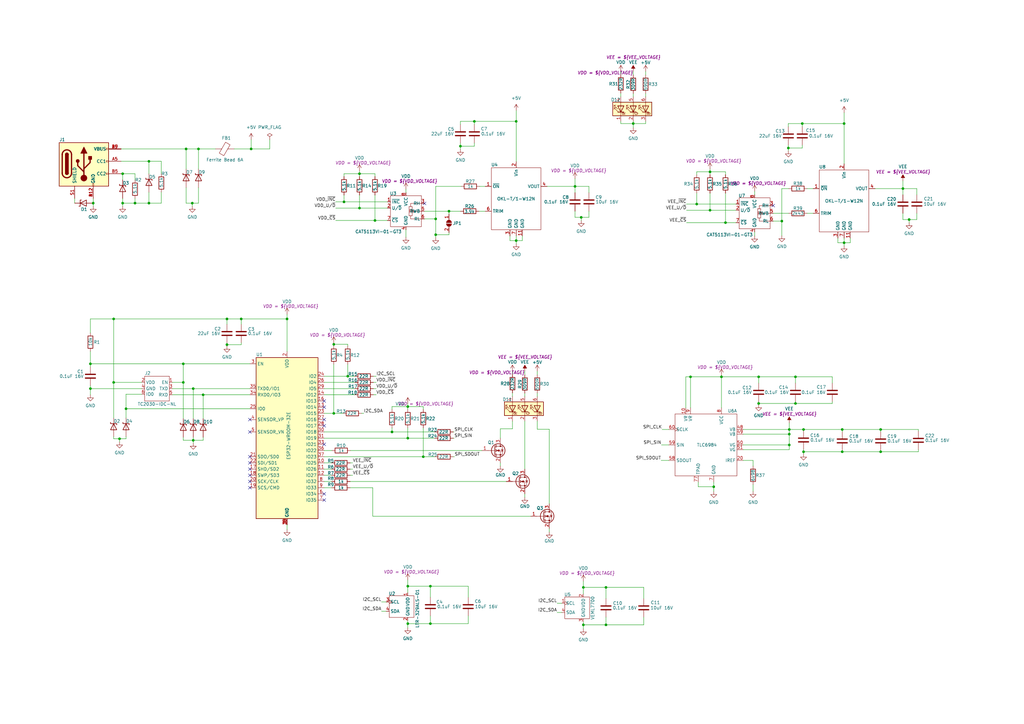
<source format=kicad_sch>
(kicad_sch (version 20211123) (generator eeschema)
  (paper "A3")
  (title_block (title "WallClock Sample") (date "2022-01-02") (rev "${SCH_VER}") (company "Siriuspal") (comment 1 "Trial board to test LEDs"))
  (junction (at 173.609 187.325))
  (junction (at 311.15 154.559))
  (junction (at 55.372 83.312))
  (junction (at 61.087 66.167))
  (junction (at 323.723 178.054))
  (junction (at 239.268 240.919))
  (junction (at 323.723 182.499))
  (junction (at 167.259 166.751))
  (junction (at 178.689 96.266))
  (junction (at 235.839 76.454))
  (junction (at 323.342 60.706))
  (junction (at 46.609 130.81))
  (junction (at 38.227 83.312))
  (junction (at 346.202 50.673))
  (junction (at 345.44 176.149))
  (junction (at 184.15 86.614))
  (junction (at 372.872 90.043))
  (junction (at 61.087 83.312))
  (junction (at 188.849 59.944))
  (junction (at 142.621 154.305))
  (junction (at 102.997 61.087))
  (junction (at 211.709 49.784))
  (junction (at 329.565 176.149))
  (junction (at 93.091 141.351))
  (junction (at 248.539 256.286))
  (junction (at 283.21 154.559))
  (junction (at 238.379 89.154))
  (junction (at 136.906 141.224))
  (junction (at 361.188 176.149))
  (junction (at 295.91 154.559))
  (junction (at 259.715 50.673))
  (junction (at 176.53 255.778))
  (junction (at 167.259 255.778))
  (junction (at 297.561 91.313))
  (junction (at 248.539 240.919))
  (junction (at 51.689 167.64))
  (junction (at 326.263 165.481))
  (junction (at 291.211 70.485))
  (junction (at 75.184 149.225))
  (junction (at 93.091 130.81))
  (junction (at 147.447 71.247))
  (junction (at 346.202 99.568))
  (junction (at 361.188 185.293))
  (junction (at 167.259 179.705))
  (junction (at 147.447 85.344))
  (junction (at 239.268 256.286))
  (junction (at 329.565 185.293))
  (junction (at 141.097 82.804))
  (junction (at 176.53 240.411))
  (junction (at 50.292 83.312))
  (junction (at 211.709 98.679))
  (junction (at 136.906 169.545))
  (junction (at 76.327 61.087))
  (junction (at 50.292 71.247))
  (junction (at 178.689 89.789))
  (junction (at 320.675 90.678))
  (junction (at 83.312 161.925))
  (junction (at 75.184 156.845))
  (junction (at 79.248 159.385))
  (junction (at 37.084 159.385))
  (junction (at 46.609 156.845))
  (junction (at 160.782 177.165))
  (junction (at 49.022 179.959))
  (junction (at 291.211 86.233))
  (junction (at 153.797 90.424))
  (junction (at 37.084 149.225))
  (junction (at 285.75 83.693))
  (junction (at 323.723 176.149))
  (junction (at 78.867 83.312))
  (junction (at 81.407 61.087))
  (junction (at 167.259 240.411))
  (junction (at 79.248 180.594))
  (junction (at 326.263 154.559))
  (junction (at 311.15 165.481))
  (junction (at 345.44 185.293))
  (junction (at 98.933 130.81))
  (junction (at 329.057 50.673))
  (junction (at 292.735 199.644))
  (junction (at 370.332 77.343))
  (junction (at 194.564 49.784))
  (junction (at 117.729 130.81))
  (no_connect (at 102.489 200.025))
  (no_connect (at 132.969 182.245))
  (no_connect (at 132.969 164.465))
  (no_connect (at 132.969 167.005))
  (no_connect (at 102.489 172.085))
  (no_connect (at 102.489 177.165))
  (no_connect (at 102.489 187.325))
  (no_connect (at 102.489 189.865))
  (no_connect (at 102.489 192.405))
  (no_connect (at 102.489 194.945))
  (no_connect (at 102.489 197.485))
  (no_connect (at 132.969 172.085))
  (no_connect (at 132.969 174.625))
  (no_connect (at 132.969 202.565))
  (no_connect (at 132.969 205.105))
  (no_connect (at 317.119 84.328))
  (no_connect (at 174.117 83.439))
  (wire (pts (xy 376.047 90.043) (xy 376.047 87.503)))
  (wire (pts (xy 304.8 184.404) (xy 323.723 184.404)))
  (wire (pts (xy 220.345 176.022) (xy 225.298 176.022)))
  (wire (pts (xy 38.227 81.407) (xy 38.227 83.312)))
  (wire (pts (xy 297.561 91.313) (xy 301.879 91.313)))
  (wire (pts (xy 188.849 51.054) (xy 188.849 49.784)))
  (wire (pts (xy 323.723 178.054) (xy 323.723 176.149)))
  (wire (pts (xy 61.087 66.167) (xy 61.087 71.247)))
  (wire (pts (xy 141.097 80.01) (xy 141.097 82.804)))
  (wire (pts (xy 188.849 58.674) (xy 188.849 59.944)))
  (wire (pts (xy 167.259 175.514) (xy 167.259 179.705)))
  (wire (pts (xy 285.75 79.248) (xy 285.75 83.693)))
  (wire (pts (xy 75.184 156.845) (xy 75.184 171.704)))
  (wire (pts (xy 192.024 252.603) (xy 192.024 255.778)))
  (wire (pts (xy 174.117 86.614) (xy 184.15 86.614)))
  (wire (pts (xy 83.312 161.925) (xy 83.312 171.704)))
  (wire (pts (xy 239.268 256.286) (xy 239.268 257.937)))
  (wire (pts (xy 295.91 154.559) (xy 295.91 167.259)))
  (wire (pts (xy 209.169 96.774) (xy 209.169 98.679)))
  (wire (pts (xy 225.298 176.022) (xy 225.298 206.629)))
  (wire (pts (xy 311.15 165.481) (xy 326.263 165.481)))
  (wire (pts (xy 211.709 49.784) (xy 211.709 66.294)))
  (wire (pts (xy 176.53 244.983) (xy 176.53 240.411)))
  (wire (pts (xy 75.184 180.594) (xy 75.184 179.324)))
  (wire (pts (xy 132.969 194.945) (xy 136.017 194.945)))
  (wire (pts (xy 196.469 86.614) (xy 199.009 86.614)))
  (wire (pts (xy 285.75 70.485) (xy 285.75 71.628)))
  (wire (pts (xy 329.057 60.706) (xy 323.342 60.706)))
  (wire (pts (xy 167.259 179.705) (xy 178.308 179.705)))
  (wire (pts (xy 248.539 253.111) (xy 248.539 256.286)))
  (wire (pts (xy 189.103 76.454) (xy 178.689 76.454)))
  (wire (pts (xy 79.248 180.594) (xy 75.184 180.594)))
  (wire (pts (xy 308.864 188.849) (xy 304.8 188.849)))
  (wire (pts (xy 376.682 176.149) (xy 361.188 176.149)))
  (wire (pts (xy 81.407 61.087) (xy 81.407 69.342)))
  (wire (pts (xy 346.202 97.663) (xy 346.202 99.568)))
  (wire (pts (xy 376.682 184.404) (xy 376.682 185.293)))
  (wire (pts (xy 167.259 237.871) (xy 167.259 240.411)))
  (wire (pts (xy 117.729 215.265) (xy 117.729 217.17)))
  (wire (pts (xy 143.637 200.025) (xy 152.908 200.025)))
  (wire (pts (xy 292.735 197.739) (xy 292.735 199.644)))
  (wire (pts (xy 156.464 246.888) (xy 158.369 246.888)))
  (wire (pts (xy 136.906 141.224) (xy 136.906 141.859)))
  (wire (pts (xy 370.332 90.043) (xy 372.872 90.043)))
  (wire (pts (xy 281.559 83.693) (xy 285.75 83.693)))
  (wire (pts (xy 37.084 130.81) (xy 46.609 130.81)))
  (wire (pts (xy 137.668 90.424) (xy 153.797 90.424)))
  (wire (pts (xy 51.689 179.07) (xy 51.689 179.959)))
  (wire (pts (xy 55.372 71.247) (xy 50.292 71.247)))
  (wire (pts (xy 173.609 166.751) (xy 167.259 166.751)))
  (wire (pts (xy 281.305 167.259) (xy 281.305 154.559)))
  (wire (pts (xy 192.024 255.778) (xy 176.53 255.778)))
  (wire (pts (xy 323.342 51.943) (xy 323.342 50.673)))
  (wire (pts (xy 376.047 79.883) (xy 376.047 77.343)))
  (wire (pts (xy 220.345 152.273) (xy 220.345 153.67)))
  (wire (pts (xy 184.15 86.614) (xy 188.849 86.614)))
  (wire (pts (xy 228.473 251.206) (xy 230.378 251.206)))
  (wire (pts (xy 376.682 176.784) (xy 376.682 176.149)))
  (wire (pts (xy 142.621 141.859) (xy 142.621 141.224)))
  (wire (pts (xy 329.565 185.293) (xy 345.44 185.293)))
  (wire (pts (xy 152.908 211.709) (xy 217.678 211.709)))
  (wire (pts (xy 46.609 179.959) (xy 49.022 179.959)))
  (wire (pts (xy 178.689 89.789) (xy 178.689 96.266)))
  (wire (pts (xy 326.263 154.559) (xy 341.376 154.559)))
  (wire (pts (xy 211.709 45.339) (xy 211.709 49.784)))
  (wire (pts (xy 37.084 149.225) (xy 75.184 149.225)))
  (wire (pts (xy 51.689 167.64) (xy 102.489 167.64)))
  (wire (pts (xy 259.715 29.337) (xy 259.715 30.734)))
  (wire (pts (xy 209.169 98.679) (xy 211.709 98.679)))
  (wire (pts (xy 98.933 130.81) (xy 117.729 130.81)))
  (wire (pts (xy 143.637 197.485) (xy 207.645 197.485)))
  (wire (pts (xy 76.327 83.312) (xy 78.867 83.312)))
  (wire (pts (xy 304.8 178.054) (xy 323.723 178.054)))
  (wire (pts (xy 241.554 89.154) (xy 241.554 86.614)))
  (wire (pts (xy 141.097 71.247) (xy 147.447 71.247)))
  (wire (pts (xy 153.162 161.925) (xy 154.305 161.925)))
  (wire (pts (xy 141.097 72.39) (xy 141.097 71.247)))
  (wire (pts (xy 329.565 176.149) (xy 323.723 176.149)))
  (wire (pts (xy 297.561 79.248) (xy 297.561 91.313)))
  (wire (pts (xy 141.097 82.804) (xy 158.877 82.804)))
  (wire (pts (xy 156.464 250.698) (xy 158.369 250.698)))
  (wire (pts (xy 341.376 154.559) (xy 341.376 157.099)))
  (wire (pts (xy 83.312 179.324) (xy 83.312 180.594)))
  (wire (pts (xy 264.795 38.354) (xy 264.795 39.624)))
  (wire (pts (xy 248.539 245.491) (xy 248.539 240.919)))
  (wire (pts (xy 136.906 169.545) (xy 140.716 169.545)))
  (wire (pts (xy 46.609 156.845) (xy 46.609 130.81)))
  (wire (pts (xy 93.091 130.81) (xy 93.091 132.969)))
  (wire (pts (xy 211.709 96.774) (xy 211.709 98.679)))
  (wire (pts (xy 66.167 78.867) (xy 66.167 83.312)))
  (wire (pts (xy 160.782 177.165) (xy 178.308 177.165)))
  (wire (pts (xy 142.621 141.224) (xy 136.906 141.224)))
  (wire (pts (xy 132.969 179.705) (xy 167.259 179.705)))
  (wire (pts (xy 184.15 95.377) (xy 184.15 96.266)))
  (wire (pts (xy 311.15 154.559) (xy 326.263 154.559)))
  (wire (pts (xy 329.057 50.673) (xy 346.202 50.673)))
  (wire (pts (xy 79.248 159.385) (xy 102.489 159.385)))
  (wire (pts (xy 142.621 154.305) (xy 145.542 154.305)))
  (wire (pts (xy 117.729 128.905) (xy 117.729 130.81)))
  (wire (pts (xy 254.635 38.227) (xy 254.635 39.624)))
  (wire (pts (xy 178.689 76.454) (xy 178.689 89.789)))
  (wire (pts (xy 37.084 158.115) (xy 37.084 159.385)))
  (wire (pts (xy 281.305 154.559) (xy 283.21 154.559)))
  (wire (pts (xy 228.473 247.396) (xy 230.378 247.396)))
  (wire (pts (xy 329.057 59.563) (xy 329.057 60.706)))
  (wire (pts (xy 259.715 38.354) (xy 259.715 39.624)))
  (wire (pts (xy 205.232 189.865) (xy 205.232 191.135)))
  (wire (pts (xy 329.565 185.293) (xy 329.565 186.182)))
  (wire (pts (xy 50.292 84.582) (xy 50.292 83.312)))
  (wire (pts (xy 271.272 182.499) (xy 274.32 182.499)))
  (wire (pts (xy 196.723 76.454) (xy 199.009 76.454)))
  (wire (pts (xy 205.232 175.895) (xy 205.232 179.705)))
  (wire (pts (xy 297.561 70.485) (xy 291.211 70.485)))
  (wire (pts (xy 323.342 60.706) (xy 323.342 61.849)))
  (wire (pts (xy 174.117 89.789) (xy 178.689 89.789)))
  (wire (pts (xy 132.969 161.925) (xy 145.542 161.925)))
  (wire (pts (xy 317.119 87.503) (xy 323.469 87.503)))
  (wire (pts (xy 254.635 29.337) (xy 254.635 30.607)))
  (wire (pts (xy 311.15 165.481) (xy 311.15 165.989)))
  (wire (pts (xy 132.969 200.025) (xy 136.017 200.025)))
  (wire (pts (xy 51.689 161.671) (xy 58.039 161.671)))
  (wire (pts (xy 211.709 98.679) (xy 211.709 99.949)))
  (wire (pts (xy 326.263 164.719) (xy 326.263 165.481)))
  (wire (pts (xy 83.312 180.594) (xy 79.248 180.594)))
  (wire (pts (xy 50.292 81.407) (xy 50.292 83.312)))
  (wire (pts (xy 297.561 71.628) (xy 297.561 70.485)))
  (wire (pts (xy 281.559 86.233) (xy 291.211 86.233)))
  (wire (pts (xy 291.211 79.248) (xy 291.211 86.233)))
  (wire (pts (xy 220.345 161.29) (xy 220.345 162.56)))
  (wire (pts (xy 148.336 169.545) (xy 149.225 169.545)))
  (wire (pts (xy 323.342 60.706) (xy 323.342 59.563)))
  (wire (pts (xy 153.797 71.247) (xy 147.447 71.247)))
  (wire (pts (xy 326.263 165.481) (xy 341.376 165.481)))
  (wire (pts (xy 51.689 167.64) (xy 51.689 161.671)))
  (wire (pts (xy 132.969 156.845) (xy 145.542 156.845)))
  (wire (pts (xy 132.969 159.385) (xy 145.542 159.385)))
  (wire (pts (xy 50.292 71.247) (xy 50.292 73.787)))
  (wire (pts (xy 93.091 141.351) (xy 93.091 141.986)))
  (wire (pts (xy 346.202 99.568) (xy 346.202 100.838)))
  (wire (pts (xy 239.268 255.016) (xy 239.268 256.286)))
  (wire (pts (xy 323.723 184.404) (xy 323.723 182.499)))
  (wire (pts (xy 345.44 176.149) (xy 361.188 176.149)))
  (wire (pts (xy 79.248 180.594) (xy 79.248 181.737)))
  (wire (pts (xy 264.795 29.337) (xy 264.795 30.734)))
  (wire (pts (xy 93.091 130.81) (xy 98.933 130.81)))
  (wire (pts (xy 132.969 169.545) (xy 136.906 169.545)))
  (wire (pts (xy 78.867 83.312) (xy 81.407 83.312)))
  (wire (pts (xy 167.259 240.411) (xy 167.259 243.078)))
  (wire (pts (xy 323.723 182.499) (xy 323.723 178.054)))
  (wire (pts (xy 167.259 166.751) (xy 167.259 167.894)))
  (wire (pts (xy 286.385 199.644) (xy 292.735 199.644)))
  (wire (pts (xy 176.53 240.411) (xy 167.259 240.411)))
  (wire (pts (xy 329.057 50.673) (xy 329.057 51.943)))
  (wire (pts (xy 167.259 165.608) (xy 167.259 166.751)))
  (wire (pts (xy 259.715 49.784) (xy 259.715 50.673)))
  (wire (pts (xy 70.739 156.845) (xy 75.184 156.845)))
  (wire (pts (xy 75.184 149.225) (xy 102.489 149.225)))
  (wire (pts (xy 285.75 83.693) (xy 301.879 83.693)))
  (wire (pts (xy 147.447 71.247) (xy 147.447 72.39)))
  (wire (pts (xy 264.795 50.673) (xy 264.795 49.784)))
  (wire (pts (xy 147.447 85.344) (xy 158.877 85.344)))
  (wire (pts (xy 291.211 70.485) (xy 291.211 71.628)))
  (wire (pts (xy 376.047 77.343) (xy 370.332 77.343)))
  (wire (pts (xy 137.668 85.344) (xy 147.447 85.344)))
  (wire (pts (xy 132.969 197.485) (xy 136.017 197.485)))
  (wire (pts (xy 30.607 81.407) (xy 30.607 83.312)))
  (wire (pts (xy 215.265 152.273) (xy 215.265 153.67)))
  (wire (pts (xy 210.185 161.163) (xy 210.185 162.56)))
  (wire (pts (xy 78.867 83.312) (xy 78.867 84.582)))
  (wire (pts (xy 51.689 179.959) (xy 49.022 179.959)))
  (wire (pts (xy 281.559 91.313) (xy 297.561 91.313)))
  (wire (pts (xy 235.839 89.154) (xy 238.379 89.154)))
  (wire (pts (xy 132.969 154.305) (xy 142.621 154.305)))
  (wire (pts (xy 370.332 77.343) (xy 358.902 77.343)))
  (wire (pts (xy 37.084 149.225) (xy 37.084 144.145)))
  (wire (pts (xy 220.345 172.72) (xy 220.345 176.022)))
  (wire (pts (xy 254.635 49.784) (xy 254.635 50.673)))
  (wire (pts (xy 329.565 176.657) (xy 329.565 176.149)))
  (wire (pts (xy 309.499 95.123) (xy 309.499 96.774)))
  (wire (pts (xy 239.268 256.286) (xy 248.539 256.286)))
  (wire (pts (xy 160.782 175.514) (xy 160.782 177.165)))
  (wire (pts (xy 210.185 172.72) (xy 210.185 175.895)))
  (wire (pts (xy 286.385 197.739) (xy 286.385 199.644)))
  (wire (pts (xy 361.188 176.149) (xy 361.188 177.038)))
  (wire (pts (xy 283.21 154.559) (xy 295.91 154.559)))
  (wire (pts (xy 76.327 76.962) (xy 76.327 83.312)))
  (wire (pts (xy 153.162 156.845) (xy 154.305 156.845)))
  (wire (pts (xy 238.379 89.154) (xy 241.554 89.154)))
  (wire (pts (xy 323.469 77.343) (xy 320.675 77.343)))
  (wire (pts (xy 55.372 83.312) (xy 61.087 83.312)))
  (wire (pts (xy 61.087 66.167) (xy 66.167 66.167)))
  (wire (pts (xy 81.407 83.312) (xy 81.407 76.962)))
  (wire (pts (xy 323.723 176.149) (xy 323.723 173.482)))
  (wire (pts (xy 235.839 73.279) (xy 235.839 76.454)))
  (wire (pts (xy 259.715 50.673) (xy 259.715 52.324)))
  (wire (pts (xy 348.742 99.568) (xy 348.742 97.663)))
  (wire (pts (xy 50.292 71.247) (xy 49.657 71.247)))
  (wire (pts (xy 291.211 69.342) (xy 291.211 70.485)))
  (wire (pts (xy 235.839 76.454) (xy 235.839 78.994)))
  (wire (pts (xy 188.849 59.944) (xy 188.849 61.214)))
  (wire (pts (xy 173.609 167.894) (xy 173.609 166.751)))
  (wire (pts (xy 46.609 156.845) (xy 58.039 156.845)))
  (wire (pts (xy 160.782 167.894) (xy 160.782 166.751)))
  (wire (pts (xy 167.259 254.508) (xy 167.259 255.778)))
  (wire (pts (xy 264.033 253.111) (xy 264.033 256.286)))
  (wire (pts (xy 176.53 252.603) (xy 176.53 255.778)))
  (wire (pts (xy 239.268 240.919) (xy 239.268 243.586)))
  (wire (pts (xy 361.188 184.658) (xy 361.188 185.293)))
  (wire (pts (xy 271.145 188.849) (xy 274.32 188.849)))
  (wire (pts (xy 317.119 90.678) (xy 320.675 90.678)))
  (wire (pts (xy 241.554 76.454) (xy 235.839 76.454)))
  (wire (pts (xy 264.033 245.491) (xy 264.033 240.919)))
  (wire (pts (xy 102.997 61.087) (xy 96.012 61.087)))
  (wire (pts (xy 309.499 78.486) (xy 309.499 79.883)))
  (wire (pts (xy 185.928 177.165) (xy 186.309 177.165)))
  (wire (pts (xy 147.447 80.01) (xy 147.447 85.344)))
  (wire (pts (xy 346.202 50.673) (xy 346.202 67.183)))
  (wire (pts (xy 49.657 66.167) (xy 61.087 66.167)))
  (wire (pts (xy 143.637 192.405) (xy 144.653 192.405)))
  (wire (pts (xy 323.342 50.673) (xy 329.057 50.673)))
  (wire (pts (xy 194.564 59.944) (xy 188.849 59.944)))
  (wire (pts (xy 254.635 50.673) (xy 259.715 50.673)))
  (wire (pts (xy 184.15 86.614) (xy 184.15 87.757)))
  (wire (pts (xy 132.969 187.325) (xy 173.609 187.325)))
  (wire (pts (xy 79.248 159.385) (xy 79.248 171.704)))
  (wire (pts (xy 235.839 76.454) (xy 224.409 76.454)))
  (wire (pts (xy 37.084 159.385) (xy 58.039 159.385)))
  (wire (pts (xy 215.265 172.72) (xy 215.265 192.405)))
  (wire (pts (xy 46.609 179.07) (xy 46.609 179.959)))
  (wire (pts (xy 320.675 90.678) (xy 320.675 96.647)))
  (wire (pts (xy 173.609 175.514) (xy 173.609 187.325)))
  (wire (pts (xy 76.327 61.087) (xy 81.407 61.087)))
  (wire (pts (xy 143.637 194.945) (xy 144.653 194.945)))
  (wire (pts (xy 98.933 141.351) (xy 93.091 141.351)))
  (wire (pts (xy 295.91 153.924) (xy 295.91 154.559)))
  (wire (pts (xy 46.609 156.845) (xy 46.609 171.45)))
  (wire (pts (xy 235.839 86.614) (xy 235.839 89.154)))
  (wire (pts (xy 37.084 159.385) (xy 37.084 161.925)))
  (wire (pts (xy 143.637 189.865) (xy 144.653 189.865)))
  (wire (pts (xy 184.15 96.266) (xy 178.689 96.266)))
  (wire (pts (xy 194.564 58.674) (xy 194.564 59.944)))
  (wire (pts (xy 345.44 184.658) (xy 345.44 185.293)))
  (wire (pts (xy 283.21 167.259) (xy 283.21 154.559)))
  (wire (pts (xy 166.497 94.234) (xy 166.497 97.282)))
  (wire (pts (xy 188.849 49.784) (xy 194.564 49.784)))
  (wire (pts (xy 49.022 179.959) (xy 49.022 181.229)))
  (wire (pts (xy 329.565 176.149) (xy 345.44 176.149)))
  (wire (pts (xy 346.202 46.228) (xy 346.202 50.673)))
  (wire (pts (xy 132.969 184.785) (xy 136.144 184.785)))
  (wire (pts (xy 83.312 161.925) (xy 102.489 161.925)))
  (wire (pts (xy 37.084 149.225) (xy 37.084 150.495)))
  (wire (pts (xy 153.797 90.424) (xy 158.877 90.424)))
  (wire (pts (xy 70.739 161.925) (xy 83.312 161.925)))
  (wire (pts (xy 136.906 149.479) (xy 136.906 169.545)))
  (wire (pts (xy 142.621 149.479) (xy 142.621 154.305)))
  (wire (pts (xy 192.024 240.411) (xy 176.53 240.411)))
  (wire (pts (xy 291.211 70.485) (xy 285.75 70.485)))
  (wire (pts (xy 320.675 77.343) (xy 320.675 90.678)))
  (wire (pts (xy 259.715 50.673) (xy 264.795 50.673)))
  (wire (pts (xy 370.332 77.343) (xy 370.332 79.883)))
  (wire (pts (xy 211.709 98.679) (xy 214.249 98.679)))
  (wire (pts (xy 61.087 83.312) (xy 66.167 83.312)))
  (wire (pts (xy 79.248 179.324) (xy 79.248 180.594)))
  (wire (pts (xy 311.15 154.559) (xy 295.91 154.559)))
  (wire (pts (xy 308.864 191.135) (xy 308.864 188.849)))
  (wire (pts (xy 343.662 97.663) (xy 343.662 99.568)))
  (wire (pts (xy 75.184 149.225) (xy 75.184 156.845)))
  (wire (pts (xy 194.564 49.784) (xy 211.709 49.784)))
  (wire (pts (xy 194.564 49.784) (xy 194.564 51.054)))
  (wire (pts (xy 304.8 182.499) (xy 323.723 182.499)))
  (wire (pts (xy 173.609 187.325) (xy 178.308 187.325)))
  (wire (pts (xy 372.872 90.043) (xy 372.872 91.313)))
  (wire (pts (xy 214.249 98.679) (xy 214.249 96.774)))
  (wire (pts (xy 264.033 256.286) (xy 248.539 256.286)))
  (wire (pts (xy 311.15 154.559) (xy 311.15 157.099)))
  (wire (pts (xy 152.908 200.025) (xy 152.908 211.709)))
  (wire (pts (xy 132.969 177.165) (xy 160.782 177.165)))
  (wire (pts (xy 248.539 240.919) (xy 239.268 240.919)))
  (wire (pts (xy 61.087 78.867) (xy 61.087 83.312)))
  (wire (pts (xy 215.265 202.565) (xy 215.265 203.962)))
  (wire (pts (xy 331.089 77.343) (xy 333.502 77.343)))
  (wire (pts (xy 166.497 77.597) (xy 166.497 78.994)))
  (wire (pts (xy 238.379 89.154) (xy 238.379 90.424)))
  (wire (pts (xy 160.782 166.751) (xy 167.259 166.751)))
  (wire (pts (xy 49.657 61.087) (xy 76.327 61.087)))
  (wire (pts (xy 55.372 73.787) (xy 55.372 71.247)))
  (wire (pts (xy 370.332 87.503) (xy 370.332 90.043)))
  (wire (pts (xy 291.211 86.233) (xy 301.879 86.233)))
  (wire (pts (xy 210.185 152.273) (xy 210.185 153.543)))
  (wire (pts (xy 147.447 70.104) (xy 147.447 71.247)))
  (wire (pts (xy 292.735 199.644) (xy 292.735 201.549)))
  (wire (pts (xy 153.797 80.01) (xy 153.797 90.424)))
  (wire (pts (xy 308.864 198.755) (xy 308.864 201.549)))
  (wire (pts (xy 167.259 255.778) (xy 167.259 257.429)))
  (wire (pts (xy 76.327 61.087) (xy 76.327 69.342)))
  (wire (pts (xy 51.689 167.64) (xy 51.689 171.45)))
  (wire (pts (xy 311.15 164.719) (xy 311.15 165.481)))
  (wire (pts (xy 153.162 154.305) (xy 154.305 154.305)))
  (wire (pts (xy 225.298 216.789) (xy 225.298 218.186)))
  (wire (pts (xy 98.933 140.589) (xy 98.933 141.351)))
  (wire (pts (xy 117.729 130.81) (xy 117.729 144.145)))
  (wire (pts (xy 110.617 61.087) (xy 102.997 61.087)))
  (wire (pts (xy 331.089 87.503) (xy 333.502 87.503)))
  (wire (pts (xy 185.928 187.325) (xy 186.436 187.325)))
  (wire (pts (xy 37.084 130.81) (xy 37.084 136.525)))
  (wire (pts (xy 271.526 176.149) (xy 274.32 176.149)))
  (wire (pts (xy 110.617 57.277) (xy 110.617 61.087)))
  (wire (pts (xy 343.662 99.568) (xy 346.202 99.568)))
  (wire (pts (xy 81.407 61.087) (xy 88.392 61.087)))
  (wire (pts (xy 239.268 238.379) (xy 239.268 240.919)))
  (wire (pts (xy 132.969 192.405) (xy 136.017 192.405)))
  (wire (pts (xy 102.997 57.277) (xy 102.997 61.087)))
  (wire (pts (xy 241.554 78.994) (xy 241.554 76.454)))
  (wire (pts (xy 143.764 184.785) (xy 197.612 184.785)))
  (wire (pts (xy 46.609 130.81) (xy 93.091 130.81)))
  (wire (pts (xy 93.091 140.589) (xy 93.091 141.351)))
  (wire (pts (xy 329.565 184.277) (xy 329.565 185.293)))
  (wire (pts (xy 70.739 159.385) (xy 79.248 159.385)))
  (wire (pts (xy 372.872 90.043) (xy 376.047 90.043)))
  (wire (pts (xy 153.797 72.39) (xy 153.797 71.247)))
  (wire (pts (xy 185.928 179.705) (xy 186.309 179.705)))
  (wire (pts (xy 55.372 81.407) (xy 55.372 83.312)))
  (wire (pts (xy 210.185 175.895) (xy 205.232 175.895)))
  (wire (pts (xy 192.024 244.983) (xy 192.024 240.411)))
  (wire (pts (xy 361.188 185.293) (xy 376.682 185.293)))
  (wire (pts (xy 264.033 240.919) (xy 248.539 240.919)))
  (wire (pts (xy 215.265 161.29) (xy 215.265 162.56)))
  (wire (pts (xy 346.202 99.568) (xy 348.742 99.568)))
  (wire (pts (xy 66.167 66.167) (xy 66.167 71.247)))
  (wire (pts (xy 38.227 83.312) (xy 38.227 84.582)))
  (wire (pts (xy 132.969 189.865) (xy 136.017 189.865)))
  (wire (pts (xy 153.162 159.385) (xy 154.305 159.385)))
  (wire (pts (xy 98.933 130.81) (xy 98.933 132.969)))
  (wire (pts (xy 304.8 176.149) (xy 323.723 176.149)))
  (wire (pts (xy 167.259 255.778) (xy 176.53 255.778)))
  (wire (pts (xy 370.332 74.168) (xy 370.332 77.343)))
  (wire (pts (xy 326.263 154.559) (xy 326.263 157.099)))
  (wire (pts (xy 345.44 185.293) (xy 361.188 185.293)))
  (wire (pts (xy 345.44 177.038) (xy 345.44 176.149)))
  (wire (pts (xy 137.668 82.804) (xy 141.097 82.804)))
  (wire (pts (xy 178.689 96.266) (xy 178.689 97.409)))
  (wire (pts (xy 136.906 140.716) (xy 136.906 141.224)))
  (wire (pts (xy 50.292 83.312) (xy 55.372 83.312)))
  (wire (pts (xy 341.376 165.481) (xy 341.376 164.719)))
  (label "I2C_SDA" (at 149.225 169.545 0))
  (label "VEE_U{slash}~{D}" (at 281.559 86.233 180))
  (label "VEE_U{slash}~{D}" (at 144.653 192.405 0))
  (label "I2C_SDA" (at 228.473 251.206 180))
  (label "VDD_~{CS}" (at 137.668 90.424 180))
  (label "VEE_~{INC}" (at 281.559 83.693 180))
  (label "SPI_SDOUT" (at 186.436 187.325 0))
  (label "I2C_SDA" (at 156.464 250.698 180))
  (label "VDD_~{INC}" (at 137.668 82.804 180))
  (label "VEE_~{CS}" (at 144.653 194.945 0))
  (label "SPI_SIN" (at 186.309 179.705 0))
  (label "VEE_~{CS}" (at 281.559 91.313 180))
  (label "SPI_SIN" (at 271.272 182.499 180))
  (label "SPI_CLK" (at 271.526 176.149 180))
  (label "I2C_SCL" (at 156.464 246.888 180))
  (label "VDD_U{slash}~{D}" (at 137.668 85.344 180))
  (label "VDD_U{slash}~{D}" (at 154.305 159.385 0))
  (label "VDD_~{CS}" (at 154.305 161.925 0))
  (label "VDD_~{INC}" (at 154.305 156.845 0))
  (label "I2C_SCL" (at 154.305 154.305 0))
  (label "SPI_CLK" (at 186.309 177.165 0))
  (label "I2C_SCL" (at 228.473 247.396 180))
  (label "VEE_~{INC}" (at 144.653 189.865 0))
  (label "SPI_SDOUT" (at 271.145 188.849 180))
  (symbol (lib_id "power:VDD") (at 166.497 77.597 0) (unit 1)
    (property "Reference" "#PWR013" (effects hide))
    (property "Value" "VDD" (at 166.497 72.263 0))
    (property "Note" "VDD = ${VDD_VOLTAGE}" (at 167.894 74.295 0) (effects (font italic)))
    (property "Note 2" "Setting voltage as low as possible to reduce power dissipation in LED driver" (effects hide))
  )
  (symbol (lib_id "Device:R") (at 144.526 169.545 90) (unit 1)
    (property "Reference" "R13" (at 141.859 168.656 90) (effects (justify left)))
    (property "Value" "22R" (at 146.304 169.545 90) (effects (justify left)))
    (property "Footprint" "Resistor_SMD:R_0603_1608Metric_Pad0.98x0.95mm_HandSolder" (effects hide))
    (property "Digi-Key Part Number" "RMCF0603JT22R0CT-ND" (effects hide))
    (property "MPN" "RMCF0603JT22R0" (effects hide))
    (property "Manufacturer" "Stackpole Electronics Inc" (effects hide))
    (property "Description" "RES 22 OHM 5% 1/10W 0603" (effects hide))
    (property "Substitute Allowed" "Yes" (effects hide))
  )
  (symbol (lib_id "Device:R") (at 139.954 184.785 90) (unit 1)
    (property "Reference" "R10" (at 141.859 182.753 90) (effects (justify left)))
    (property "Value" "1k" (at 141.224 184.785 90) (effects (justify left)))
    (property "Footprint" "Resistor_SMD:R_0603_1608Metric_Pad0.98x0.95mm_HandSolder" (effects hide))
    (property "Digi-Key Part Number" "RMCF0603JJ1K00CT-ND" (effects hide))
    (property "MPN" "RMCF0603JJ1K00" (effects hide))
    (property "Manufacturer" "Stackpole Electronics Inc" (effects hide))
    (property "Description" "RES 1K OHM 5% 1/10W 0603" (effects hide))
    (property "Substitute Allowed" "Yes" (effects hide))
  )
  (symbol (lib_id "Device:D_TVS_UNI") (at 50.292 77.597 270) (unit 1)
    (property "Reference" "D3" (at 50.292 75.057 90) (effects (justify left)))
    (property "Value" "CDSOD323-T05LC" (effects hide))
    (property "Footprint" "Package_SO:SOD-323" (effects hide))
    (property "Digi-Key Part Number" "CDSOD323-T05LCCT-ND" (effects hide))
    (property "MPN" "CDSOD323-T05LC" (effects hide))
    (property "Manufacturer" "Bourns Inc." (effects hide))
    (property "Description" "TVS DIODE 5VWM 18.3VC SOD323" (effects hide))
    (property "Substitute Allowed" "Yes" (effects hide))
  )
  (symbol (lib_id "power:GND") (at 211.709 99.949 0) (unit 1)
    (property "Reference" "#PWR023" (effects hide))
    (property "Value" "GND" (at 211.709 104.394 0))
  )
  (symbol (lib_id "Device:R") (at 215.265 157.48 180) (unit 1)
    (property "Reference" "R29" (at 213.233 155.575 90) (effects (justify left)))
    (property "Value" "309R" (at 215.265 154.94 90) (effects (justify left)))
    (property "Footprint" "Resistor_SMD:R_0603_1608Metric_Pad0.98x0.95mm_HandSolder" (effects hide))
    (property "Digi-Key Part Number" "738-RMCF0603FT309RCT-ND" (effects hide))
    (property "MPN" "RMCF0603FT309R" (effects hide))
    (property "Manufacturer" "Stackpole Electronics Inc" (effects hide))
    (property "Description" "RES 309 OHM 1% 1/10W 0603" (effects hide))
    (property "Substitute Allowed" "Yes" (effects hide))
  )
  (symbol (lib_id "power:VDD") (at 254.635 29.337 0) (unit 1)
    (property "Reference" "#PWR032" (effects hide))
    (property "Value" "VDD" (at 254.635 25.527 0))
    (property "Note" "VDD = ${VDD_VOLTAGE}" (at 248.158 29.845 0) (effects (font italic)))
    (property "Note 2" "Setting voltage as low as possible to reduce power dissipation in LED driver" (effects hide))
  )
  (symbol (lib_id "Device:D_TVS_UNI") (at 61.087 75.057 270) (unit 1)
    (property "Reference" "D5" (at 61.087 72.517 90) (effects (justify left)))
    (property "Value" "CDSOD323-T05LC" (effects hide))
    (property "Footprint" "Package_SO:SOD-323" (effects hide))
    (property "Digi-Key Part Number" "CDSOD323-T05LCCT-ND" (effects hide))
    (property "MPN" "CDSOD323-T05LC" (effects hide))
    (property "Manufacturer" "Bourns Inc." (effects hide))
    (property "Description" "TVS DIODE 5VWM 18.3VC SOD323" (effects hide))
    (property "Substitute Allowed" "Yes" (effects hide))
  )
  (symbol (lib_id "Device:R") (at 167.259 171.704 0) (unit 1)
    (property "Reference" "R21" (at 168.275 171.704 0) (effects (justify left)))
    (property "Value" "5.1k" (at 167.259 173.863 90) (effects (justify left)))
    (property "Footprint" "Resistor_SMD:R_0603_1608Metric_Pad0.98x0.95mm_HandSolder" (effects hide))
    (property "Digi-Key Part Number" "RMCF0603FT5K10CT-ND" (effects hide))
    (property "MPN" "RMCF0603FT5K10" (effects hide))
    (property "Manufacturer" "Stackpole Electronics Inc" (effects hide))
    (property "Description" "RES 5.1K OHM 1% 1/10W 0603" (effects hide))
    (property "Substitute Allowed" "Yes" (effects hide))
  )
  (symbol (lib_id "power:GND") (at 178.689 97.409 0) (unit 1)
    (property "Reference" "#PWR018" (effects hide))
    (property "Value" "GND" (at 178.689 101.854 0))
  )
  (symbol (lib_id "Device:R") (at 285.75 75.438 0) (unit 1)
    (property "Reference" "R34" (at 280.416 75.438 0) (effects (justify left)))
    (property "Value" "5.1k" (at 285.75 77.597 90) (effects (justify left)))
    (property "Footprint" "Resistor_SMD:R_0603_1608Metric_Pad0.98x0.95mm_HandSolder" (effects hide))
    (property "Digi-Key Part Number" "RMCF0603FT5K10CT-ND" (effects hide))
    (property "MPN" "RMCF0603FT5K10" (effects hide))
    (property "Manufacturer" "Stackpole Electronics Inc" (effects hide))
    (property "Description" "RES 5.1K OHM 1% 1/10W 0603" (effects hide))
    (property "Substitute Allowed" "Yes" (effects hide))
  )
  (symbol (lib_id "power:PWR_FLAG") (at 110.617 57.277 0) (unit 1)
    (property "Reference" "#FLG01" (effects hide))
    (property "Value" "PWR_FLAG" (at 110.617 52.197 0))
  )
  (symbol (lib_id "power:VEE") (at 323.723 173.482 0) (unit 1)
    (property "Reference" "#PWR045" (effects hide))
    (property "Value" "VEE" (at 323.723 167.64 0))
    (property "Note" "VEE = ${VEE_VOLTAGE}" (at 323.723 169.799 0) (effects (font italic)))
    (property "Note 2" "Using minimum voltage to reduce power dissipation in LED driver" (effects hide))
  )
  (symbol (lib_id "power:GND") (at 372.872 91.313 0) (unit 1)
    (property "Reference" "#PWR050" (effects hide))
    (property "Value" "GND" (at 372.872 95.758 0))
  )
  (symbol (lib_id "power:+5V") (at 211.709 45.339 0) (unit 1)
    (property "Reference" "#PWR022" (effects hide))
    (property "Value" "+5V" (at 211.709 40.259 0))
  )
  (symbol (lib_id "Device:R") (at 139.827 197.485 90) (unit 1)
    (property "Reference" "R8" (at 137.033 196.215 90) (effects (justify left)))
    (property "Value" "1k" (at 141.097 197.485 90) (effects (justify left)))
    (property "Footprint" "Resistor_SMD:R_0603_1608Metric_Pad0.98x0.95mm_HandSolder" (effects hide))
    (property "Digi-Key Part Number" "RMCF0603JJ1K00CT-ND" (effects hide))
    (property "MPN" "RMCF0603JJ1K00" (effects hide))
    (property "Manufacturer" "Stackpole Electronics Inc" (effects hide))
    (property "Description" "RES 1K OHM 5% 1/10W 0603" (effects hide))
    (property "Substitute Allowed" "Yes" (effects hide))
  )
  (symbol (lib_id "Device:R") (at 192.913 76.454 90) (unit 1)
    (property "Reference" "R27" (at 194.818 74.422 90) (effects (justify left)))
    (property "Value" "1k" (at 194.183 76.454 90) (effects (justify left)))
    (property "Footprint" "Resistor_SMD:R_0603_1608Metric_Pad0.98x0.95mm_HandSolder" (effects hide))
    (property "Digi-Key Part Number" "RMCF0603JJ1K00CT-ND" (effects hide))
    (property "MPN" "RMCF0603JJ1K00" (effects hide))
    (property "Manufacturer" "Stackpole Electronics Inc" (effects hide))
    (property "Description" "RES 1K OHM 5% 1/10W 0603" (effects hide))
    (property "Substitute Allowed" "Yes" (effects hide))
  )
  (symbol (lib_id "Device:C") (at 192.024 248.793 0) (mirror y) (unit 1)
    (property "Reference" "C6" (at 197.358 246.634 0) (effects (justify left)))
    (property "Value" "10uF 16V" (at 204.089 248.793 0) (effects (justify left)))
    (property "Footprint" "Capacitor_SMD:C_0805_2012Metric_Pad1.18x1.45mm_HandSolder" (effects hide))
    (property "Digi-Key Part Number" "1276-6455-1-ND" (effects hide))
    (property "MPN" "CL21A106KOQNNNG" (effects hide))
    (property "Manufacturer" "Samsung Electro-Mechanics" (effects hide))
    (property "Description" "CAP CER 10UF 16V X5R 0805" (effects hide))
    (property "Substitute Allowed" "Yes" (effects hide))
  )
  (symbol (lib_id "power:VDD") (at 147.447 70.104 0) (unit 1)
    (property "Reference" "#PWR012" (effects hide))
    (property "Value" "VDD" (at 147.447 64.77 0))
    (property "Note" "VDD = ${VDD_VOLTAGE}" (at 148.844 66.802 0) (effects (font italic)))
    (property "Note 2" "Setting voltage as low as possible to reduce power dissipation in LED driver" (effects hide))
  )
  (symbol (lib_id "Device:D_TVS_UNI") (at 75.184 175.514 270) (unit 1)
    (property "Reference" "D6" (at 75.184 172.974 90) (effects (justify left)))
    (property "Value" "CDSOD323-T05LC" (effects hide))
    (property "Footprint" "Package_SO:SOD-323" (effects hide))
    (property "Digi-Key Part Number" "CDSOD323-T05LCCT-ND" (effects hide))
    (property "MPN" "CDSOD323-T05LC" (effects hide))
    (property "Manufacturer" "Bourns Inc." (effects hide))
    (property "Description" "TVS DIODE 5VWM 18.3VC SOD323" (effects hide))
    (property "Substitute Allowed" "Yes" (effects hide))
  )
  (symbol (lib_id "power:VDD") (at 136.906 140.716 0) (unit 1)
    (property "Reference" "#PWR011" (effects hide))
    (property "Value" "VDD" (at 136.906 135.382 0))
    (property "Note" "VDD = ${VDD_VOLTAGE}" (at 138.303 137.414 0) (effects (font italic)))
    (property "Note 2" "Setting voltage as low as possible to reduce power dissipation in LED driver" (effects hide))
  )
  (symbol (lib_id "Device:R") (at 55.372 77.597 0) (unit 1)
    (property "Reference" "R2" (at 55.372 73.787 0) (effects (justify left)))
    (property "Value" "5.1k" (at 55.372 79.502 90) (effects (justify left)))
    (property "Footprint" "Resistor_SMD:R_0603_1608Metric_Pad0.98x0.95mm_HandSolder" (effects hide))
    (property "Digi-Key Part Number" "RMCF0603FT5K10CT-ND" (effects hide))
    (property "MPN" "RMCF0603FT5K10" (effects hide))
    (property "Manufacturer" "Stackpole Electronics Inc" (effects hide))
    (property "Description" "RES 5.1K OHM 1% 1/10W 0603" (effects hide))
    (property "Substitute Allowed" "Yes" (effects hide))
  )
  (symbol (lib_id "Device:R") (at 153.797 76.2 0) (unit 1)
    (property "Reference" "R19" (at 154.813 76.2 0) (effects (justify left)))
    (property "Value" "5.1k" (at 153.797 78.359 90) (effects (justify left)))
    (property "Footprint" "Resistor_SMD:R_0603_1608Metric_Pad0.98x0.95mm_HandSolder" (effects hide))
    (property "Digi-Key Part Number" "RMCF0603FT5K10CT-ND" (effects hide))
    (property "MPN" "RMCF0603FT5K10" (effects hide))
    (property "Manufacturer" "Stackpole Electronics Inc" (effects hide))
    (property "Description" "RES 5.1K OHM 1% 1/10W 0603" (effects hide))
    (property "Substitute Allowed" "Yes" (effects hide))
  )
  (symbol (lib_id "power:VDD") (at 167.259 165.608 0) (unit 1)
    (property "Reference" "#PWR015" (effects hide))
    (property "Value" "VDD" (at 164.084 165.608 0))
    (property "Note" "VDD = ${VDD_VOLTAGE}" (at 174.498 165.608 0) (effects (font italic)))
    (property "Note 2" "Setting voltage as low as possible to reduce power dissipation in LED driver" (effects hide))
  )
  (symbol (lib_id "Device:D_TVS_UNI") (at 76.327 73.152 270) (unit 1)
    (property "Reference" "D7" (at 76.327 70.612 90) (effects (justify left)))
    (property "Value" "CDSOD323-T05LC" (effects hide))
    (property "Footprint" "Package_SO:SOD-323" (effects hide))
    (property "Digi-Key Part Number" "CDSOD323-T05LCCT-ND" (effects hide))
    (property "MPN" "CDSOD323-T05LC" (effects hide))
    (property "Manufacturer" "Bourns Inc." (effects hide))
    (property "Description" "TVS DIODE 5VWM 18.3VC SOD323" (effects hide))
    (property "Substitute Allowed" "Yes" (effects hide))
  )
  (symbol (lib_id "Device:D_TVS_UNI") (at 83.312 175.514 270) (unit 1)
    (property "Reference" "D10" (at 83.312 172.974 90) (effects (justify left)))
    (property "Value" "CDSOD323-T05LC" (effects hide))
    (property "Footprint" "Package_SO:SOD-323" (effects hide))
    (property "Digi-Key Part Number" "CDSOD323-T05LCCT-ND" (effects hide))
    (property "MPN" "CDSOD323-T05LC" (effects hide))
    (property "Manufacturer" "Bourns Inc." (effects hide))
    (property "Description" "TVS DIODE 5VWM 18.3VC SOD323" (effects hide))
    (property "Substitute Allowed" "Yes" (effects hide))
  )
  (symbol (lib_id "Device:R") (at 149.352 156.845 90) (unit 1)
    (property "Reference" "R16" (at 146.685 155.956 90) (effects (justify left)))
    (property "Value" "22R" (at 151.13 156.845 90) (effects (justify left)))
    (property "Footprint" "Resistor_SMD:R_0603_1608Metric_Pad0.98x0.95mm_HandSolder" (effects hide))
    (property "Digi-Key Part Number" "RMCF0603JT22R0CT-ND" (effects hide))
    (property "MPN" "RMCF0603JT22R0" (effects hide))
    (property "Manufacturer" "Stackpole Electronics Inc" (effects hide))
    (property "Description" "RES 22 OHM 5% 1/10W 0603" (effects hide))
    (property "Substitute Allowed" "Yes" (effects hide))
  )
  (symbol (lib_id "power:GND") (at 309.499 96.774 0) (unit 1)
    (property "Reference" "#PWR041" (effects hide))
    (property "Value" "GND" (at 309.499 101.219 0))
  )
  (symbol (lib_id "Device:R") (at 327.279 87.503 90) (unit 1)
    (property "Reference" "R39" (at 329.184 85.471 90) (effects (justify left)))
    (property "Value" "2k43" (at 329.692 87.503 90) (effects (justify left)))
    (property "Footprint" "Resistor_SMD:R_0603_1608Metric_Pad0.98x0.95mm_HandSolder" (effects hide))
    (property "Digi-Key Part Number" "P20325CT-ND" (effects hide))
    (property "MPN" "ERJ-PB3D2431V" (effects hide))
    (property "Manufacturer" "Panasonic Electronic Components" (effects hide))
    (property "Description" "RES SMD 2.43K OHM 0.5% 1/5W 0603" (effects hide))
    (property "Substitute Allowed" "Yes" (effects hide))
  )
  (symbol (lib_id "power:VEE") (at 259.715 29.337 0) (unit 1)
    (property "Reference" "#PWR033" (effects hide))
    (property "Value" "VEE" (at 259.715 25.527 0))
    (property "Note" "VEE = ${VEE_VOLTAGE}" (at 259.715 23.495 0) (effects (font italic)))
    (property "Note 2" "Using minimum voltage to reduce power dissipation in LED driver" (effects hide))
  )
  (symbol (lib_id "power:GND") (at 329.565 186.182 0) (unit 1)
    (property "Reference" "#PWR046" (effects hide))
    (property "Value" "GND" (at 329.565 190.627 0))
  )
  (symbol (lib_id "Device:R") (at 141.097 76.2 0) (unit 1)
    (property "Reference" "R11" (at 142.113 76.2 0) (effects (justify left)))
    (property "Value" "5.1k" (at 141.097 78.359 90) (effects (justify left)))
    (property "Footprint" "Resistor_SMD:R_0603_1608Metric_Pad0.98x0.95mm_HandSolder" (effects hide))
    (property "Digi-Key Part Number" "RMCF0603FT5K10CT-ND" (effects hide))
    (property "MPN" "RMCF0603FT5K10" (effects hide))
    (property "Manufacturer" "Stackpole Electronics Inc" (effects hide))
    (property "Description" "RES 5.1K OHM 1% 1/10W 0603" (effects hide))
    (property "Substitute Allowed" "Yes" (effects hide))
  )
  (symbol (lib_id "power:GND") (at 188.849 61.214 0) (unit 1)
    (property "Reference" "#PWR019" (effects hide))
    (property "Value" "GND" (at 188.849 65.659 0))
  )
  (symbol (lib_id "power:GND") (at 292.735 201.549 0) (unit 1)
    (property "Reference" "#PWR037" (effects hide))
    (property "Value" "GND" (at 292.735 205.994 0))
  )
  (symbol (lib_id "Device:R") (at 149.352 159.385 90) (unit 1)
    (property "Reference" "R17" (at 146.685 158.496 90) (effects (justify left)))
    (property "Value" "22R" (at 151.13 159.385 90) (effects (justify left)))
    (property "Footprint" "Resistor_SMD:R_0603_1608Metric_Pad0.98x0.95mm_HandSolder" (effects hide))
    (property "Digi-Key Part Number" "RMCF0603JT22R0CT-ND" (effects hide))
    (property "MPN" "RMCF0603JT22R0" (effects hide))
    (property "Manufacturer" "Stackpole Electronics Inc" (effects hide))
    (property "Description" "RES 22 OHM 5% 1/10W 0603" (effects hide))
    (property "Substitute Allowed" "Yes" (effects hide))
  )
  (symbol (lib_id "Device:C") (at 326.263 160.909 0) (unit 1)
    (property "Reference" "C14" (at 319.405 158.877 0) (effects (justify left)))
    (property "Value" "0.1uF 16V" (at 313.563 160.909 0) (effects (justify left)))
    (property "Footprint" "Capacitor_SMD:C_0603_1608Metric_Pad1.08x0.95mm_HandSolder" (effects hide))
    (property "Digi-Key Part Number" "1276-1938-1-ND" (effects hide))
    (property "MPN" "CL10B104KO8NFNC" (effects hide))
    (property "Manufacturer" "Samsung Electro-Mechanics" (effects hide))
    (property "Description" "CAP CER 0.1UF 16V X7R 0603" (effects hide))
    (property "Substitute Allowed" "Yes" (effects hide))
  )
  (symbol (lib_id "power:GND") (at 38.227 84.582 0) (unit 1)
    (property "Reference" "#PWR02" (effects hide))
    (property "Value" "GND" (at 38.227 89.027 0))
  )
  (symbol (lib_id "Device:R") (at 182.118 187.325 90) (unit 1)
    (property "Reference" "R25" (at 179.451 186.436 90) (effects (justify left)))
    (property "Value" "22R" (at 183.896 187.325 90) (effects (justify left)))
    (property "Footprint" "Resistor_SMD:R_0603_1608Metric_Pad0.98x0.95mm_HandSolder" (effects hide))
    (property "Digi-Key Part Number" "RMCF0603JT22R0CT-ND" (effects hide))
    (property "MPN" "RMCF0603JT22R0" (effects hide))
    (property "Manufacturer" "Stackpole Electronics Inc" (effects hide))
    (property "Description" "RES 22 OHM 5% 1/10W 0603" (effects hide))
    (property "Substitute Allowed" "Yes" (effects hide))
  )
  (symbol (lib_id "Device:R") (at 291.211 75.438 0) (unit 1)
    (property "Reference" "R35" (at 292.227 75.438 0) (effects (justify left)))
    (property "Value" "5.1k" (at 291.211 77.597 90) (effects (justify left)))
    (property "Footprint" "Resistor_SMD:R_0603_1608Metric_Pad0.98x0.95mm_HandSolder" (effects hide))
    (property "Digi-Key Part Number" "RMCF0603FT5K10CT-ND" (effects hide))
    (property "MPN" "RMCF0603FT5K10" (effects hide))
    (property "Manufacturer" "Stackpole Electronics Inc" (effects hide))
    (property "Description" "RES 5.1K OHM 1% 1/10W 0603" (effects hide))
    (property "Substitute Allowed" "Yes" (effects hide))
  )
  (symbol (lib_id "power:VDD") (at 291.211 69.342 0) (unit 1)
    (property "Reference" "#PWR036" (effects hide))
    (property "Value" "VDD" (at 291.211 64.008 0))
    (property "Note" "VDD = ${VDD_VOLTAGE}" (at 292.608 66.04 0) (effects (font italic)))
    (property "Note 2" "Setting voltage as low as possible to reduce power dissipation in LED driver" (effects hide))
  )
  (symbol (lib_id "Device:R") (at 139.827 189.865 90) (unit 1)
    (property "Reference" "R5" (at 137.033 188.976 90) (effects (justify left)))
    (property "Value" "22R" (at 141.605 189.865 90) (effects (justify left)))
    (property "Footprint" "Resistor_SMD:R_0603_1608Metric_Pad0.98x0.95mm_HandSolder" (effects hide))
    (property "Digi-Key Part Number" "RMCF0603JT22R0CT-ND" (effects hide))
    (property "MPN" "RMCF0603JT22R0" (effects hide))
    (property "Manufacturer" "Stackpole Electronics Inc" (effects hide))
    (property "Description" "RES 22 OHM 5% 1/10W 0603" (effects hide))
    (property "Substitute Allowed" "Yes" (effects hide))
  )
  (symbol (lib_id "power:GND") (at 308.864 201.549 0) (unit 1)
    (property "Reference" "#PWR039" (effects hide))
    (property "Value" "GND" (at 308.864 205.994 0))
  )
  (symbol (lib_id "Device:C") (at 376.047 83.693 0) (mirror y) (unit 1)
    (property "Reference" "C21" (at 382.778 81.534 0) (effects (justify left)))
    (property "Value" "10uF 16V" (at 388.112 83.693 0) (effects (justify left)))
    (property "Footprint" "Capacitor_SMD:C_0805_2012Metric_Pad1.18x1.45mm_HandSolder" (effects hide))
    (property "Digi-Key Part Number" "1276-6455-1-ND" (effects hide))
    (property "MPN" "CL21A106KOQNNNG" (effects hide))
    (property "Manufacturer" "Samsung Electro-Mechanics" (effects hide))
    (property "Description" "CAP CER 10UF 16V X5R 0805" (effects hide))
    (property "Substitute Allowed" "Yes" (effects hide))
  )
  (symbol (lib_id "Device:R") (at 182.118 177.165 90) (unit 1)
    (property "Reference" "R23" (at 179.324 176.276 90) (effects (justify left)))
    (property "Value" "22R" (at 183.896 177.165 90) (effects (justify left)))
    (property "Footprint" "Resistor_SMD:R_0603_1608Metric_Pad0.98x0.95mm_HandSolder" (effects hide))
    (property "Digi-Key Part Number" "RMCF0603JT22R0CT-ND" (effects hide))
    (property "MPN" "RMCF0603JT22R0" (effects hide))
    (property "Manufacturer" "Stackpole Electronics Inc" (effects hide))
    (property "Description" "RES 22 OHM 5% 1/10W 0603" (effects hide))
    (property "Substitute Allowed" "Yes" (effects hide))
  )
  (symbol (lib_id "power:VDD") (at 295.91 153.924 0) (unit 1)
    (property "Reference" "#PWR038" (effects hide))
    (property "Value" "VDD" (at 295.91 148.59 0))
    (property "Note" "VDD = ${VDD_VOLTAGE}" (at 297.307 150.622 0) (effects (font italic)))
    (property "Note 2" "Setting voltage as low as possible to reduce power dissipation in LED driver" (effects hide))
  )
  (symbol (lib_id "power:GND") (at 50.292 84.582 0) (unit 1)
    (property "Reference" "#PWR04" (effects hide))
    (property "Value" "GND" (at 50.292 89.027 0))
  )
  (symbol (lib_id "Device:R") (at 37.084 140.335 0) (unit 1)
    (property "Reference" "R1" (at 38.354 140.335 0) (effects (justify left)))
    (property "Value" "10k" (at 37.084 141.986 90) (effects (justify left)))
    (property "Footprint" "Resistor_SMD:R_0603_1608Metric_Pad0.98x0.95mm_HandSolder" (effects hide))
    (property "Digi-Key Part Number" "RMCF0603JT10K0CT-ND" (effects hide))
    (property "MPN" "RMCF0603JT10K0" (effects hide))
    (property "Manufacturer" "Stackpole Electronics Inc" (effects hide))
    (property "Description" "RES 10K OHM 5% 1/10W 0603" (effects hide))
    (property "Substitute Allowed" "Yes" (effects hide))
  )
  (symbol (lib_id "Device:R") (at 210.185 157.353 0) (mirror x) (unit 1)
    (property "Reference" "R28" (at 205.232 157.353 0) (effects (justify left)))
    (property "Value" "232R" (at 210.185 154.813 90) (effects (justify left)))
    (property "Footprint" "Resistor_SMD:R_0603_1608Metric_Pad0.98x0.95mm_HandSolder" (effects hide))
    (property "Digi-Key Part Number" "738-RMCF0603FT232RCT-ND" (effects hide))
    (property "MPN" "RMCF0603FT232R" (effects hide))
    (property "Manufacturer" "Stackpole Electronics Inc" (effects hide))
    (property "Description" "RES 232 OHM 1% 1/10W 0603" (effects hide))
    (property "Substitute Allowed" "Yes" (effects hide))
  )
  (symbol (lib_id "Device:D_TVS_UNI") (at 51.689 175.26 270) (unit 1)
    (property "Reference" "D4" (at 51.689 172.72 90) (effects (justify left)))
    (property "Value" "CDSOD323-T05LC" (effects hide))
    (property "Footprint" "Package_SO:SOD-323" (effects hide))
    (property "Digi-Key Part Number" "CDSOD323-T05LCCT-ND" (effects hide))
    (property "MPN" "CDSOD323-T05LC" (effects hide))
    (property "Manufacturer" "Bourns Inc." (effects hide))
    (property "Description" "TVS DIODE 5VWM 18.3VC SOD323" (effects hide))
    (property "Substitute Allowed" "Yes" (effects hide))
  )
  (symbol (lib_id "Device:R") (at 142.621 145.669 0) (unit 1)
    (property "Reference" "R12" (at 143.637 145.669 0) (effects (justify left)))
    (property "Value" "5.1k" (at 142.621 147.701 90) (effects (justify left)))
    (property "Footprint" "Resistor_SMD:R_0603_1608Metric_Pad0.98x0.95mm_HandSolder" (effects hide))
    (property "Digi-Key Part Number" "RMCF0603FT5K10CT-ND" (effects hide))
    (property "MPN" "RMCF0603FT5K10" (effects hide))
    (property "Manufacturer" "Stackpole Electronics Inc" (effects hide))
    (property "Description" "RES 5.1K OHM 1% 1/10W 0603" (effects hide))
    (property "Substitute Allowed" "Yes" (effects hide))
  )
  (symbol (lib_id "power:VEE") (at 370.332 74.168 0) (unit 1)
    (property "Reference" "#PWR049" (effects hide))
    (property "Value" "VEE" (at 370.332 68.326 0))
    (property "Note" "VEE = ${VEE_VOLTAGE}" (at 370.332 70.485 0) (effects (font italic)))
    (property "Note 2" "Using minimum voltage to reduce power dissipation in LED driver" (effects hide))
  )
  (symbol (lib_id "Device:R") (at 254.635 34.417 0) (mirror x) (unit 1)
    (property "Reference" "R31" (at 249.682 34.417 0) (effects (justify left)))
    (property "Value" "232R" (at 254.635 31.877 90) (effects (justify left)))
    (property "Footprint" "Resistor_SMD:R_0603_1608Metric_Pad0.98x0.95mm_HandSolder" (effects hide))
    (property "Digi-Key Part Number" "738-RMCF0603FT232RCT-ND" (effects hide))
    (property "MPN" "RMCF0603FT232R" (effects hide))
    (property "Manufacturer" "Stackpole Electronics Inc" (effects hide))
    (property "Description" "RES 232 OHM 1% 1/10W 0603" (effects hide))
    (property "Substitute Allowed" "Yes" (effects hide))
  )
  (symbol (lib_id "Converter_DCDC:OKL-T{slash}1-W12N") (at 346.202 82.423 0) (unit 1)
    (property "Reference" "U8" (at 337.312 68.453 0))
    (property "Value" "OKL-T/1-W12N" (at 346.202 82.423 0))
    (property "Footprint" "Module:OKL-T-1-W12" (effects hide))
    (property "Digi-Key Part Number" "811-2260-1-ND" (effects hide))
    (property "MPN" "OKL-T/1-W12N-C" (effects hide))
    (property "Manufacturer" "Murata Power Solutions Inc." (effects hide))
    (property "Description" "DC DC CONVERTER 0.9-5V 5W" (effects hide))
    (property "Substitute Allowed" "No" (effects hide))
  )
  (symbol (lib_id "power:VDD") (at 167.259 237.871 0) (unit 1)
    (property "Reference" "#PWR016" (effects hide))
    (property "Value" "VDD" (at 167.259 232.537 0))
    (property "Note" "VDD = ${VDD_VOLTAGE}" (at 168.656 234.569 0) (effects (font italic)))
    (property "Note 2" "Setting voltage as low as possible to reduce power dissipation in LED driver" (effects hide))
  )
  (symbol (lib_id "Device:R") (at 327.279 77.343 90) (unit 1)
    (property "Reference" "R38" (at 329.184 75.311 90) (effects (justify left)))
    (property "Value" "1k" (at 328.549 77.343 90) (effects (justify left)))
    (property "Footprint" "Resistor_SMD:R_0603_1608Metric_Pad0.98x0.95mm_HandSolder" (effects hide))
    (property "Digi-Key Part Number" "RMCF0603JJ1K00CT-ND" (effects hide))
    (property "MPN" "RMCF0603JJ1K00" (effects hide))
    (property "Manufacturer" "Stackpole Electronics Inc" (effects hide))
    (property "Description" "RES 1K OHM 5% 1/10W 0603" (effects hide))
    (property "Substitute Allowed" "Yes" (effects hide))
  )
  (symbol (lib_id "Device:C") (at 194.564 54.864 0) (mirror y) (unit 1)
    (property "Reference" "C7" (at 199.898 52.832 0) (effects (justify left)))
    (property "Value" "0.1uF 16V" (at 207.264 54.864 0) (effects (justify left)))
    (property "Footprint" "Capacitor_SMD:C_0603_1608Metric_Pad1.08x0.95mm_HandSolder" (effects hide))
    (property "Digi-Key Part Number" "1276-1938-1-ND" (effects hide))
    (property "MPN" "CL10B104KO8NFNC" (effects hide))
    (property "Manufacturer" "Samsung Electro-Mechanics" (effects hide))
    (property "Description" "CAP CER 0.1UF 16V X7R 0603" (effects hide))
    (property "Substitute Allowed" "Yes" (effects hide))
  )
  (symbol (lib_id "Device:C") (at 188.849 54.864 0) (unit 1)
    (property "Reference" "C5" (at 183.642 52.959 0) (effects (justify left)))
    (property "Value" "22uF 16V" (at 176.784 54.864 0) (effects (justify left)))
    (property "Footprint" "Capacitor_SMD:C_0805_2012Metric_Pad1.18x1.45mm_HandSolder" (effects hide))
    (property "Digi-Key Part Number" "1276-2909-1-ND" (effects hide))
    (property "MPN" "CL21A226MOQNNNE" (effects hide))
    (property "Manufacturer" "Samsung Electro-Mechanics" (effects hide))
    (property "Description" "CAP CER 22UF 16V X5R 0805" (effects hide))
    (property "Substitute Allowed" "Yes" (effects hide))
  )
  (symbol (lib_id "Device:C") (at 311.15 160.909 0) (unit 1)
    (property "Reference" "C12" (at 304.419 159.004 0) (effects (justify left)))
    (property "Value" "0.1uF 16V" (at 298.45 160.909 0) (effects (justify left)))
    (property "Footprint" "Capacitor_SMD:C_0603_1608Metric_Pad1.08x0.95mm_HandSolder" (effects hide))
    (property "Digi-Key Part Number" "1276-1938-1-ND" (effects hide))
    (property "MPN" "CL10B104KO8NFNC" (effects hide))
    (property "Manufacturer" "Samsung Electro-Mechanics" (effects hide))
    (property "Description" "CAP CER 0.1UF 16V X7R 0603" (effects hide))
    (property "Substitute Allowed" "Yes" (effects hide))
  )
  (symbol (lib_id "Device:C") (at 93.091 136.779 0) (unit 1)
    (property "Reference" "C2" (at 87.884 134.874 0) (effects (justify left)))
    (property "Value" "22uF 16V" (at 81.026 136.779 0) (effects (justify left)))
    (property "Footprint" "Capacitor_SMD:C_0805_2012Metric_Pad1.18x1.45mm_HandSolder" (effects hide))
    (property "Digi-Key Part Number" "1276-2909-1-ND" (effects hide))
    (property "MPN" "CL21A226MOQNNNE" (effects hide))
    (property "Manufacturer" "Samsung Electro-Mechanics" (effects hide))
    (property "Description" "CAP CER 22UF 16V X5R 0805" (effects hide))
    (property "Substitute Allowed" "Yes" (effects hide))
  )
  (symbol (lib_id "Potentiometer_Digital:CAT5113VI-01-GT3") (at 166.497 86.614 0) (unit 1)
    (property "Reference" "U3" (at 159.893 79.375 0) (effects (justify left)))
    (property "Value" "CAT5113VI-01-GT3" (at 145.669 94.996 0) (effects (justify left)))
    (property "Footprint" "Package_SO:SOIC-8_3.9x4.9mm_P1.27mm" (effects hide))
    (property "Digi-Key Part Number" "CAT5113VI-01-GT3OSCT-ND" (effects hide))
    (property "MPN" "CAT5113VI-01-GT3" (effects hide))
    (property "Manufacturer" "onsemi" (effects hide))
    (property "Description" "IC DGTL POT 1KOHM 100TAP 8SOIC" (effects hide))
    (property "Substitute Allowed" "No" (effects hide))
  )
  (symbol (lib_id "power:GND") (at 167.259 257.429 0) (unit 1)
    (property "Reference" "#PWR017" (effects hide))
    (property "Value" "GND" (at 167.259 261.874 0))
  )
  (symbol (lib_id "Device:R") (at 136.906 145.669 0) (unit 1)
    (property "Reference" "R4" (at 137.922 145.669 0) (effects (justify left)))
    (property "Value" "5.1k" (at 136.906 147.701 90) (effects (justify left)))
    (property "Footprint" "Resistor_SMD:R_0603_1608Metric_Pad0.98x0.95mm_HandSolder" (effects hide))
    (property "Digi-Key Part Number" "RMCF0603FT5K10CT-ND" (effects hide))
    (property "MPN" "RMCF0603FT5K10" (effects hide))
    (property "Manufacturer" "Stackpole Electronics Inc" (effects hide))
    (property "Description" "RES 5.1K OHM 1% 1/10W 0603" (effects hide))
    (property "Substitute Allowed" "Yes" (effects hide))
  )
  (symbol (lib_id "power:GND") (at 205.232 191.135 0) (unit 1)
    (property "Reference" "#PWR020" (effects hide))
    (property "Value" "GND" (at 205.232 194.818 0))
  )
  (symbol (lib_id "Device:C") (at 345.44 180.848 0) (mirror y) (unit 1)
    (property "Reference" "C18" (at 352.171 178.943 0) (effects (justify left)))
    (property "Value" "0.1uF 16V" (at 358.14 180.848 0) (effects (justify left)))
    (property "Footprint" "Capacitor_SMD:C_0603_1608Metric_Pad1.08x0.95mm_HandSolder" (effects hide))
    (property "Digi-Key Part Number" "1276-1938-1-ND" (effects hide))
    (property "MPN" "CL10B104KO8NFNC" (effects hide))
    (property "Manufacturer" "Samsung Electro-Mechanics" (effects hide))
    (property "Description" "CAP CER 0.1UF 16V X7R 0603" (effects hide))
    (property "Substitute Allowed" "Yes" (effects hide))
  )
  (symbol (lib_id "power:GND") (at 238.379 90.424 0) (unit 1)
    (property "Reference" "#PWR029" (effects hide))
    (property "Value" "GND" (at 238.379 94.869 0))
  )
  (symbol (lib_id "Device:C") (at 370.332 83.693 0) (unit 1)
    (property "Reference" "C20" (at 363.728 81.661 0) (effects (justify left)))
    (property "Value" "0.1uF 16V" (at 357.632 83.693 0) (effects (justify left)))
    (property "Footprint" "Capacitor_SMD:C_0603_1608Metric_Pad1.08x0.95mm_HandSolder" (effects hide))
    (property "Digi-Key Part Number" "1276-1938-1-ND" (effects hide))
    (property "MPN" "CL10B104KO8NFNC" (effects hide))
    (property "Manufacturer" "Samsung Electro-Mechanics" (effects hide))
    (property "Description" "CAP CER 0.1UF 16V X7R 0603" (effects hide))
    (property "Substitute Allowed" "Yes" (effects hide))
  )
  (symbol (lib_id "Connector:TC2030-IDC-NL") (at 64.389 159.385 0) (mirror y) (unit 1) (in_bom no)
    (property "Reference" "J2" (at 60.579 153.035 0))
    (property "Value" "TC2030-IDC-NL" (at 64.389 165.735 0))
    (property "Footprint" "Connector:Tag-Connect_TC2030-IDC-NL_2x03_P1.27mm_Vertical" (effects hide))
  )
  (symbol (lib_id "Device:R") (at 264.795 34.544 180) (unit 1)
    (property "Reference" "R33" (at 269.748 34.544 0) (effects (justify left)))
    (property "Value" "590R" (at 264.795 32.004 90) (effects (justify left)))
    (property "Footprint" "Resistor_SMD:R_0603_1608Metric_Pad0.98x0.95mm_HandSolder" (effects hide))
    (property "Digi-Key Part Number" "311-590HRCT-ND" (effects hide))
    (property "MPN" "RC0603FR-07590RL" (effects hide))
    (property "Manufacturer" "YAGEO" (effects hide))
    (property "Description" "RES 590 OHM 1% 1/10W 0603" (effects hide))
    (property "Substitute Allowed" "Yes" (effects hide))
  )
  (symbol (lib_id "power:GND") (at 215.265 203.962 0) (unit 1)
    (property "Reference" "#PWR025" (effects hide))
    (property "Value" "GND" (at 215.265 207.645 0))
  )
  (symbol (lib_id "power:+5V") (at 102.997 57.277 0) (unit 1)
    (property "Reference" "#PWR08" (effects hide))
    (property "Value" "+5V" (at 102.997 52.197 0))
  )
  (symbol (lib_id "power:VDD") (at 117.729 128.905 0) (unit 1)
    (property "Reference" "#PWR09" (effects hide))
    (property "Value" "VDD" (at 117.729 123.698 0))
    (property "Note" "VDD = ${VDD_VOLTAGE}" (at 119.126 125.603 0) (effects (font italic)))
    (property "Note 2" "Setting voltage as low as possible to reduce power dissipation in LED driver" (effects hide))
  )
  (symbol (lib_id "Device:R") (at 139.827 192.405 90) (unit 1)
    (property "Reference" "R6" (at 137.033 191.516 90) (effects (justify left)))
    (property "Value" "22R" (at 141.605 192.405 90) (effects (justify left)))
    (property "Footprint" "Resistor_SMD:R_0603_1608Metric_Pad0.98x0.95mm_HandSolder" (effects hide))
    (property "Digi-Key Part Number" "RMCF0603JT22R0CT-ND" (effects hide))
    (property "MPN" "RMCF0603JT22R0" (effects hide))
    (property "Manufacturer" "Stackpole Electronics Inc" (effects hide))
    (property "Description" "RES 22 OHM 5% 1/10W 0603" (effects hide))
    (property "Substitute Allowed" "Yes" (effects hide))
  )
  (symbol (lib_id "Device:C") (at 361.188 180.848 0) (mirror y) (unit 1)
    (property "Reference" "C19" (at 367.792 178.943 0) (effects (justify left)))
    (property "Value" "0.1uF 16V" (at 373.888 180.848 0) (effects (justify left)))
    (property "Footprint" "Capacitor_SMD:C_0603_1608Metric_Pad1.08x0.95mm_HandSolder" (effects hide))
    (property "Digi-Key Part Number" "1276-1938-1-ND" (effects hide))
    (property "MPN" "CL10B104KO8NFNC" (effects hide))
    (property "Manufacturer" "Samsung Electro-Mechanics" (effects hide))
    (property "Description" "CAP CER 0.1UF 16V X7R 0603" (effects hide))
    (property "Substitute Allowed" "Yes" (effects hide))
  )
  (symbol (lib_id "power:GND") (at 166.497 97.282 0) (unit 1)
    (property "Reference" "#PWR014" (effects hide))
    (property "Value" "GND" (at 166.497 101.727 0))
  )
  (symbol (lib_id "Driver_LED:TLC6984") (at 289.56 182.499 0) (mirror y) (unit 1)
    (property "Reference" "U6" (at 298.45 168.529 0) (effects (justify right)))
    (property "Value" "TLC6984" (at 285.75 182.499 0) (effects (justify right)))
    (property "Footprint" "Package_DFN_QFN:QFN-76_EP_9.1x9.1_Pitch0.4mm" (effects hide))
    (property "MPN" "PTLC6984RRFR" (effects hide))
    (property "Manufacturer" "Texas Instruments" (effects hide))
    (property "Description" "48X16 COMMON CATHODE MATRIX LED" (effects hide))
    (property "Substitute Allowed" "No" (effects hide))
  )
  (symbol (lib_id "power:GND") (at 49.022 181.229 0) (unit 1)
    (property "Reference" "#PWR03" (effects hide))
    (property "Value" "GND" (at 49.022 185.674 0))
  )
  (symbol (lib_id "Device:LED_RGB_2") (at 215.265 167.64 90) (unit 1)
    (property "Reference" "D11" (at 206.121 163.83 90) (effects (justify right)))
    (property "Value" "LED_RGB_3" (effects hide))
    (property "Footprint" "LED_SMD:APTF3216QBDZGSURKC" (effects hide))
    (property "Digi-Key Part Number" "754-2155-1-ND" (effects hide))
    (property "MPN" "APF3236SEEZGQBDC" (effects hide))
    (property "Manufacturer" "Kingbright" (effects hide))
    (property "Description" "LED RGB CLEAR SMD" (effects hide))
  )
  (symbol (lib_id "Device:R") (at 147.447 76.2 0) (unit 1)
    (property "Reference" "R14" (at 148.463 76.2 0) (effects (justify left)))
    (property "Value" "5.1k" (at 147.447 78.359 90) (effects (justify left)))
    (property "Footprint" "Resistor_SMD:R_0603_1608Metric_Pad0.98x0.95mm_HandSolder" (effects hide))
    (property "Digi-Key Part Number" "RMCF0603FT5K10CT-ND" (effects hide))
    (property "MPN" "RMCF0603FT5K10" (effects hide))
    (property "Manufacturer" "Stackpole Electronics Inc" (effects hide))
    (property "Description" "RES 5.1K OHM 1% 1/10W 0603" (effects hide))
    (property "Substitute Allowed" "Yes" (effects hide))
  )
  (symbol (lib_id "Device:Q_NMOS_GSD") (at 202.692 184.785 0) (unit 1)
    (property "Reference" "Q1" (at 200.025 181.483 0) (effects (justify left)))
    (property "Value" "NX7002BKWX" (effects hide))
    (property "Footprint" "Package_TO_SOT_SMD:SOT-323_SC-70_Handsoldering" (effects hide))
    (property "Digi-Key Part Number" "568-13170-1-ND" (effects hide))
    (property "MPN" "NX7002BKWX" (effects hide))
    (property "Manufacturer" "Nexperia USA Inc." (effects hide))
    (property "Description" "MOSFET N-CH 60V 270MA SOT323" (effects hide))
    (property "Substitute Allowed" "No" (effects hide))
  )
  (symbol (lib_id "Device:D_TVS_UNI") (at 79.248 175.514 270) (unit 1)
    (property "Reference" "D8" (at 79.248 172.974 90) (effects (justify left)))
    (property "Value" "CDSOD323-T05LC" (effects hide))
    (property "Footprint" "Package_SO:SOD-323" (effects hide))
    (property "Digi-Key Part Number" "CDSOD323-T05LCCT-ND" (effects hide))
    (property "MPN" "CDSOD323-T05LC" (effects hide))
    (property "Manufacturer" "Bourns Inc." (effects hide))
    (property "Description" "TVS DIODE 5VWM 18.3VC SOD323" (effects hide))
    (property "Substitute Allowed" "Yes" (effects hide))
  )
  (symbol (lib_id "Device:C") (at 264.033 249.301 0) (mirror y) (unit 1)
    (property "Reference" "C11" (at 270.764 247.142 0) (effects (justify left)))
    (property "Value" "10uF 16V" (at 276.098 249.301 0) (effects (justify left)))
    (property "Footprint" "Capacitor_SMD:C_0805_2012Metric_Pad1.18x1.45mm_HandSolder" (effects hide))
    (property "Digi-Key Part Number" "1276-6455-1-ND" (effects hide))
    (property "MPN" "CL21A106KOQNNNG" (effects hide))
    (property "Manufacturer" "Samsung Electro-Mechanics" (effects hide))
    (property "Description" "CAP CER 10UF 16V X5R 0805" (effects hide))
    (property "Substitute Allowed" "Yes" (effects hide))
  )
  (symbol (lib_id "power:GND") (at 320.675 96.647 0) (unit 1)
    (property "Reference" "#PWR043" (effects hide))
    (property "Value" "GND" (at 320.675 101.092 0))
  )
  (symbol (lib_id "power:VDD") (at 235.839 73.279 0) (unit 1)
    (property "Reference" "#PWR028" (effects hide))
    (property "Value" "VDD" (at 235.839 67.945 0))
    (property "Note" "VDD = ${VDD_VOLTAGE}" (at 237.236 69.977 0) (effects (font italic)))
    (property "Note 2" "Setting voltage as low as possible to reduce power dissipation in LED driver" (effects hide))
  )
  (symbol (lib_id "power:+5V") (at 346.202 46.228 0) (unit 1)
    (property "Reference" "#PWR047" (effects hide))
    (property "Value" "+5V" (at 346.202 41.148 0))
  )
  (symbol (lib_id "Connector:USB_C_Receptacle_USB2.0_1") (at 34.417 76.327 0) (unit 1)
    (property "Reference" "J1" (at 25.527 57.277 0))
    (property "Value" "USB_C" (effects hide))
    (property "Footprint" "Connector_USB:USB-C-PowerOnly" (effects hide))
    (property "Datasheet" "https://www.usb.org/sites/default/files/documents/usb_type-c.zip" (effects hide))
    (property "Digi-Key Part Number" "2092-KUSBX-SMT-CS-6-BCT-ND" (effects hide))
    (property "MPN" "KUSBX-SMT-CS-6-BTR" (effects hide))
    (property "Manufacturer" "Kycon, Inc." (effects hide))
    (property "Description" "CONN RECEPT USB TYPE C 6-PIN R/A" (effects hide))
    (property "Substitute Allowed" "Yes" (effects hide))
  )
  (symbol (lib_id "Device:C") (at 376.682 180.594 0) (mirror y) (unit 1)
    (property "Reference" "C22" (at 383.286 178.689 0) (effects (justify left)))
    (property "Value" "0.1uF 16V" (at 389.382 180.594 0) (effects (justify left)))
    (property "Footprint" "Capacitor_SMD:C_0603_1608Metric_Pad1.08x0.95mm_HandSolder" (effects hide))
    (property "Digi-Key Part Number" "1276-1938-1-ND" (effects hide))
    (property "MPN" "CL10B104KO8NFNC" (effects hide))
    (property "Manufacturer" "Samsung Electro-Mechanics" (effects hide))
    (property "Description" "CAP CER 0.1UF 16V X7R 0603" (effects hide))
    (property "Substitute Allowed" "Yes" (effects hide))
  )
  (symbol (lib_id "Device:C") (at 341.376 160.909 0) (unit 1)
    (property "Reference" "C17" (at 334.899 158.75 0) (effects (justify left)))
    (property "Value" "0.1uF 16V" (at 328.676 160.909 0) (effects (justify left)))
    (property "Footprint" "Capacitor_SMD:C_0603_1608Metric_Pad1.08x0.95mm_HandSolder" (effects hide))
    (property "Digi-Key Part Number" "1276-1938-1-ND" (effects hide))
    (property "MPN" "CL10B104KO8NFNC" (effects hide))
    (property "Manufacturer" "Samsung Electro-Mechanics" (effects hide))
    (property "Description" "CAP CER 0.1UF 16V X7R 0603" (effects hide))
    (property "Substitute Allowed" "Yes" (effects hide))
  )
  (symbol (lib_id "Device:C") (at 98.933 136.779 0) (mirror y) (unit 1)
    (property "Reference" "C3" (at 104.394 135.001 0) (effects (justify left)))
    (property "Value" "0.1uF 16V" (at 111.633 136.779 0) (effects (justify left)))
    (property "Footprint" "Capacitor_SMD:C_0603_1608Metric_Pad1.08x0.95mm_HandSolder" (effects hide))
    (property "Digi-Key Part Number" "1276-1938-1-ND" (effects hide))
    (property "MPN" "CL10B104KO8NFNC" (effects hide))
    (property "Manufacturer" "Samsung Electro-Mechanics" (effects hide))
    (property "Description" "CAP CER 0.1UF 16V X7R 0603" (effects hide))
    (property "Substitute Allowed" "Yes" (effects hide))
  )
  (symbol (lib_id "Device:R") (at 160.782 171.704 0) (unit 1)
    (property "Reference" "R20" (at 161.798 171.704 0) (effects (justify left)))
    (property "Value" "5.1k" (at 160.782 173.863 90) (effects (justify left)))
    (property "Footprint" "Resistor_SMD:R_0603_1608Metric_Pad0.98x0.95mm_HandSolder" (effects hide))
    (property "Digi-Key Part Number" "RMCF0603FT5K10CT-ND" (effects hide))
    (property "MPN" "RMCF0603FT5K10" (effects hide))
    (property "Manufacturer" "Stackpole Electronics Inc" (effects hide))
    (property "Description" "RES 5.1K OHM 1% 1/10W 0603" (effects hide))
    (property "Substitute Allowed" "Yes" (effects hide))
  )
  (symbol (lib_id "Device:C") (at 176.53 248.793 0) (mirror y) (unit 1)
    (property "Reference" "C4" (at 181.61 246.888 0) (effects (justify left)))
    (property "Value" "0.1uF 16V" (at 189.23 248.793 0) (effects (justify left)))
    (property "Footprint" "Capacitor_SMD:C_0603_1608Metric_Pad1.08x0.95mm_HandSolder" (effects hide))
    (property "Digi-Key Part Number" "1276-1938-1-ND" (effects hide))
    (property "MPN" "CL10B104KO8NFNC" (effects hide))
    (property "Manufacturer" "Samsung Electro-Mechanics" (effects hide))
    (property "Description" "CAP CER 0.1UF 16V X7R 0603" (effects hide))
    (property "Substitute Allowed" "Yes" (effects hide))
  )
  (symbol (lib_id "Device:R") (at 66.167 75.057 0) (unit 1)
    (property "Reference" "R3" (at 66.167 71.247 0) (effects (justify left)))
    (property "Value" "5.1k" (at 66.167 76.962 90) (effects (justify left)))
    (property "Footprint" "Resistor_SMD:R_0603_1608Metric_Pad0.98x0.95mm_HandSolder" (effects hide))
    (property "Digi-Key Part Number" "RMCF0603FT5K10CT-ND" (effects hide))
    (property "MPN" "RMCF0603FT5K10" (effects hide))
    (property "Manufacturer" "Stackpole Electronics Inc" (effects hide))
    (property "Description" "RES 5.1K OHM 1% 1/10W 0603" (effects hide))
    (property "Substitute Allowed" "Yes" (effects hide))
  )
  (symbol (lib_id "power:GND") (at 225.298 218.186 0) (unit 1)
    (property "Reference" "#PWR027" (effects hide))
    (property "Value" "GND" (at 225.298 221.869 0))
  )
  (symbol (lib_id "Device:Q_NMOS_GSD") (at 222.758 211.709 0) (unit 1)
    (property "Reference" "Q3" (at 220.091 208.407 0) (effects (justify left)))
    (property "Value" "NX7002BKWX" (effects hide))
    (property "Footprint" "Package_TO_SOT_SMD:SOT-323_SC-70_Handsoldering" (effects hide))
    (property "Digi-Key Part Number" "568-13170-1-ND" (effects hide))
    (property "MPN" "NX7002BKWX" (effects hide))
    (property "Manufacturer" "Nexperia USA Inc." (effects hide))
    (property "Description" "MOSFET N-CH 60V 270MA SOT323" (effects hide))
    (property "Substitute Allowed" "No" (effects hide))
  )
  (symbol (lib_id "Sensor_Optical:VEML7700") (at 236.728 249.936 0) (unit 1)
    (property "Reference" "U5" (at 231.394 243.84 0) (effects (justify left)))
    (property "Value" "VEML7700" (at 243.078 254.254 90) (effects (justify left)))
    (property "Footprint" "OptoDevice:VEML7700" (effects hide))
    (property "Digi-Key Part Number" "VEML7700CT-ND" (effects hide))
    (property "MPN" "VEML7700-TR" (effects hide))
    (property "Manufacturer" "Vishay Semiconductor Opto Division" (effects hide))
    (property "Description" "SENSOR OPT 545NM AMBIENT 4SMD" (effects hide))
    (property "Substitute Allowed" "No" (effects hide))
  )
  (symbol (lib_id "Device:C") (at 37.084 154.305 0) (unit 1)
    (property "Reference" "C1" (at 31.623 152.4 0) (effects (justify left)))
    (property "Value" "0.1uF 16V" (at 24.384 154.305 0) (effects (justify left)))
    (property "Footprint" "Capacitor_SMD:C_0603_1608Metric_Pad1.08x0.95mm_HandSolder" (effects hide))
    (property "Digi-Key Part Number" "1276-1938-1-ND" (effects hide))
    (property "MPN" "CL10B104KO8NFNC" (effects hide))
    (property "Manufacturer" "Samsung Electro-Mechanics" (effects hide))
    (property "Description" "CAP CER 0.1UF 16V X7R 0603" (effects hide))
    (property "Substitute Allowed" "Yes" (effects hide))
  )
  (symbol (lib_id "Device:C") (at 329.565 180.467 0) (mirror y) (unit 1)
    (property "Reference" "C16" (at 336.169 178.562 0) (effects (justify left)))
    (property "Value" "0.1uF 16V" (at 342.265 180.467 0) (effects (justify left)))
    (property "Footprint" "Capacitor_SMD:C_0603_1608Metric_Pad1.08x0.95mm_HandSolder" (effects hide))
    (property "Digi-Key Part Number" "1276-1938-1-ND" (effects hide))
    (property "MPN" "CL10B104KO8NFNC" (effects hide))
    (property "Manufacturer" "Samsung Electro-Mechanics" (effects hide))
    (property "Description" "CAP CER 0.1UF 16V X7R 0603" (effects hide))
    (property "Substitute Allowed" "Yes" (effects hide))
  )
  (symbol (lib_id "power:+5V") (at 264.795 29.337 0) (unit 1)
    (property "Reference" "#PWR035" (effects hide))
    (property "Value" "+5V" (at 264.795 25.654 0))
  )
  (symbol (lib_id "Converter_DCDC:OKL-T{slash}1-W12N") (at 211.709 81.534 0) (unit 1)
    (property "Reference" "U4" (at 202.819 67.564 0))
    (property "Value" "OKL-T/1-W12N" (at 211.709 81.534 0))
    (property "Footprint" "Module:OKL-T-1-W12" (effects hide))
    (property "Digi-Key Part Number" "811-2260-1-ND" (effects hide))
    (property "MPN" "OKL-T/1-W12N-C" (effects hide))
    (property "Manufacturer" "Murata Power Solutions Inc." (effects hide))
    (property "Description" "DC DC CONVERTER 0.9-5V 5W" (effects hide))
    (property "Substitute Allowed" "No" (effects hide))
  )
  (symbol (lib_id "power:+5V") (at 220.345 152.273 0) (unit 1)
    (property "Reference" "#PWR026" (effects hide))
    (property "Value" "+5V" (at 220.345 148.59 0))
  )
  (symbol (lib_id "Device:D_TVS_UNI") (at 81.407 73.152 270) (unit 1)
    (property "Reference" "D9" (at 81.407 70.612 90) (effects (justify left)))
    (property "Value" "CDSOD323-T05LC" (effects hide))
    (property "Footprint" "Package_SO:SOD-323" (effects hide))
    (property "Digi-Key Part Number" "CDSOD323-T05LCCT-ND" (effects hide))
    (property "MPN" "CDSOD323-T05LC" (effects hide))
    (property "Manufacturer" "Bourns Inc." (effects hide))
    (property "Description" "TVS DIODE 5VWM 18.3VC SOD323" (effects hide))
    (property "Substitute Allowed" "Yes" (effects hide))
  )
  (symbol (lib_id "Device:D_TVS_UNI") (at 46.609 175.26 270) (unit 1)
    (property "Reference" "D2" (at 46.609 172.72 90) (effects (justify left)))
    (property "Value" "CDSOD323-T05LC" (effects hide))
    (property "Footprint" "Package_SO:SOD-323" (effects hide))
    (property "Digi-Key Part Number" "CDSOD323-T05LCCT-ND" (effects hide))
    (property "MPN" "CDSOD323-T05LC" (effects hide))
    (property "Manufacturer" "Bourns Inc." (effects hide))
    (property "Description" "TVS DIODE 5VWM 18.3VC SOD323" (effects hide))
    (property "Substitute Allowed" "Yes" (effects hide))
  )
  (symbol (lib_id "Potentiometer_Digital:CAT5113VI-01-GT3") (at 309.499 87.503 0) (unit 1)
    (property "Reference" "U7" (at 302.895 80.264 0) (effects (justify left)))
    (property "Value" "CAT5113VI-01-GT3" (at 289.687 96.266 0) (effects (justify left)))
    (property "Footprint" "Package_SO:SOIC-8_3.9x4.9mm_P1.27mm" (effects hide))
    (property "Digi-Key Part Number" "CAT5113VI-01-GT3OSCT-ND" (effects hide))
    (property "MPN" "CAT5113VI-01-GT3" (effects hide))
    (property "Manufacturer" "onsemi" (effects hide))
    (property "Description" "IC DGTL POT 1KOHM 100TAP 8SOIC" (effects hide))
    (property "Substitute Allowed" "No" (effects hide))
  )
  (symbol (lib_id "power:GND") (at 37.084 161.925 0) (unit 1)
    (property "Reference" "#PWR01" (effects hide))
    (property "Value" "GND" (at 37.084 166.37 0))
  )
  (symbol (lib_id "Device:C") (at 323.342 55.753 0) (unit 1)
    (property "Reference" "C13" (at 318.008 53.721 0) (effects (justify left)))
    (property "Value" "22uF 16V" (at 311.277 55.753 0) (effects (justify left)))
    (property "Footprint" "Capacitor_SMD:C_0805_2012Metric_Pad1.18x1.45mm_HandSolder" (effects hide))
    (property "Digi-Key Part Number" "1276-2909-1-ND" (effects hide))
    (property "MPN" "CL21A226MOQNNNE" (effects hide))
    (property "Manufacturer" "Samsung Electro-Mechanics" (effects hide))
    (property "Description" "CAP CER 22UF 16V X5R 0805" (effects hide))
    (property "Substitute Allowed" "Yes" (effects hide))
  )
  (symbol (lib_id "Device:R") (at 297.561 75.438 0) (unit 1)
    (property "Reference" "R36" (at 298.577 75.438 0) (effects (justify left)))
    (property "Value" "5.1k" (at 297.561 77.597 90) (effects (justify left)))
    (property "Footprint" "Resistor_SMD:R_0603_1608Metric_Pad0.98x0.95mm_HandSolder" (effects hide))
    (property "Digi-Key Part Number" "RMCF0603FT5K10CT-ND" (effects hide))
    (property "MPN" "RMCF0603FT5K10" (effects hide))
    (property "Manufacturer" "Stackpole Electronics Inc" (effects hide))
    (property "Description" "RES 5.1K OHM 1% 1/10W 0603" (effects hide))
    (property "Substitute Allowed" "Yes" (effects hide))
  )
  (symbol (lib_id "Device:R") (at 220.345 157.48 180) (unit 1)
    (property "Reference" "R30" (at 225.298 157.48 0) (effects (justify left)))
    (property "Value" "590R" (at 220.345 154.94 90) (effects (justify left)))
    (property "Footprint" "Resistor_SMD:R_0603_1608Metric_Pad0.98x0.95mm_HandSolder" (effects hide))
    (property "Digi-Key Part Number" "311-590HRCT-ND" (effects hide))
    (property "MPN" "RC0603FR-07590RL" (effects hide))
    (property "Manufacturer" "YAGEO" (effects hide))
    (property "Description" "RES 590 OHM 1% 1/10W 0603" (effects hide))
    (property "Substitute Allowed" "Yes" (effects hide))
  )
  (symbol (lib_id "power:GND") (at 239.268 257.937 0) (unit 1)
    (property "Reference" "#PWR031" (effects hide))
    (property "Value" "GND" (at 239.268 262.382 0))
  )
  (symbol (lib_id "Device:R") (at 259.715 34.544 180) (unit 1)
    (property "Reference" "R32" (at 257.683 32.639 90) (effects (justify left)))
    (property "Value" "309R" (at 259.715 32.004 90) (effects (justify left)))
    (property "Footprint" "Resistor_SMD:R_0603_1608Metric_Pad0.98x0.95mm_HandSolder" (effects hide))
    (property "Digi-Key Part Number" "738-RMCF0603FT309RCT-ND" (effects hide))
    (property "MPN" "RMCF0603FT309R" (effects hide))
    (property "Manufacturer" "Stackpole Electronics Inc" (effects hide))
    (property "Description" "RES 309 OHM 1% 1/10W 0603" (effects hide))
    (property "Substitute Allowed" "Yes" (effects hide))
  )
  (symbol (lib_id "Device:LED_RGB_2") (at 259.715 44.704 90) (unit 1)
    (property "Reference" "D12" (at 250.571 40.894 90) (effects (justify right)))
    (property "Value" "LED_RGB_3" (effects hide))
    (property "Footprint" "LED_SMD:APTF3216QBDZGSURKC" (effects hide))
    (property "Digi-Key Part Number" "754-2155-1-ND" (effects hide))
    (property "MPN" "APF3236SEEZGQBDC" (effects hide))
    (property "Manufacturer" "Kingbright" (effects hide))
    (property "Description" "LED RGB CLEAR SMD" (effects hide))
  )
  (symbol (lib_id "Device:C") (at 241.554 82.804 0) (mirror y) (unit 1)
    (property "Reference" "C9" (at 246.888 80.899 0) (effects (justify left)))
    (property "Value" "10uF 16V" (at 253.619 82.804 0) (effects (justify left)))
    (property "Footprint" "Capacitor_SMD:C_0805_2012Metric_Pad1.18x1.45mm_HandSolder" (effects hide))
    (property "Digi-Key Part Number" "1276-6455-1-ND" (effects hide))
    (property "MPN" "CL21A106KOQNNNG" (effects hide))
    (property "Manufacturer" "Samsung Electro-Mechanics" (effects hide))
    (property "Description" "CAP CER 10UF 16V X5R 0805" (effects hide))
    (property "Substitute Allowed" "Yes" (effects hide))
  )
  (symbol (lib_id "Device:C") (at 235.839 82.804 0) (unit 1)
    (property "Reference" "C8" (at 230.632 80.899 0) (effects (justify left)))
    (property "Value" "0.1uF 16V" (at 223.139 82.804 0) (effects (justify left)))
    (property "Footprint" "Capacitor_SMD:C_0603_1608Metric_Pad1.08x0.95mm_HandSolder" (effects hide))
    (property "Digi-Key Part Number" "1276-1938-1-ND" (effects hide))
    (property "MPN" "CL10B104KO8NFNC" (effects hide))
    (property "Manufacturer" "Samsung Electro-Mechanics" (effects hide))
    (property "Description" "CAP CER 0.1UF 16V X7R 0603" (effects hide))
    (property "Substitute Allowed" "Yes" (effects hide))
  )
  (symbol (lib_id "Device:R") (at 139.827 200.025 90) (unit 1)
    (property "Reference" "R9" (at 137.033 198.755 90) (effects (justify left)))
    (property "Value" "1k" (at 141.097 200.025 90) (effects (justify left)))
    (property "Footprint" "Resistor_SMD:R_0603_1608Metric_Pad0.98x0.95mm_HandSolder" (effects hide))
    (property "Digi-Key Part Number" "RMCF0603JJ1K00CT-ND" (effects hide))
    (property "MPN" "RMCF0603JJ1K00" (effects hide))
    (property "Manufacturer" "Stackpole Electronics Inc" (effects hide))
    (property "Description" "RES 1K OHM 5% 1/10W 0603" (effects hide))
    (property "Substitute Allowed" "Yes" (effects hide))
  )
  (symbol (lib_id "power:GND") (at 78.867 84.582 0) (unit 1)
    (property "Reference" "#PWR05" (effects hide))
    (property "Value" "GND" (at 78.867 89.027 0))
  )
  (symbol (lib_id "power:GND") (at 93.091 141.986 0) (unit 1)
    (property "Reference" "#PWR07" (effects hide))
    (property "Value" "GND" (at 93.091 146.431 0))
  )
  (symbol (lib_id "Device:FerriteBead") (at 92.202 61.087 90) (unit 1)
    (property "Reference" "FB1" (at 92.837 56.642 90))
    (property "Value" "Ferrite Bead 6A" (at 92.202 65.532 90))
    (property "Footprint" "Inductor_SMD:L_0805_2012Metric_Pad1.15x1.40mm_HandSolder" (effects hide))
    (property "Digi-Key Part Number" "1292-WLBD2012HCU310THCT-ND" (effects hide))
    (property "MPN" "WLBD2012HCU310TH" (effects hide))
    (property "Manufacturer" "Walsin Technology Corporation" (effects hide))
    (property "Description" "CHIP BEAD 31 OHM 0805 6A" (effects hide))
    (property "Substitute Allowed" "Yes" (effects hide))
  )
  (symbol (lib_id "power:GND") (at 323.342 61.849 0) (unit 1)
    (property "Reference" "#PWR044" (effects hide))
    (property "Value" "GND" (at 323.342 66.294 0))
  )
  (symbol (lib_id "Device:R") (at 308.864 194.945 0) (mirror x) (unit 1)
    (property "Reference" "R37" (at 309.88 194.945 0) (effects (justify left)))
    (property "Value" "6k98" (at 308.864 192.532 90) (effects (justify left)))
    (property "Footprint" "Resistor_SMD:R_0603_1608Metric_Pad0.98x0.95mm_HandSolder" (effects hide))
    (property "Digi-Key Part Number" "P6.98KHCT-ND" (effects hide))
    (property "MPN" "ERJ-3EKF6981V" (effects hide))
    (property "Manufacturer" "Panasonic Electronic Components" (effects hide))
    (property "Description" "RES SMD 6.98K OHM 1% 1/10W 0603" (effects hide))
    (property "Substitute Allowed" "Yes" (effects hide))
  )
  (symbol (lib_id "Device:R") (at 149.352 154.305 90) (unit 1)
    (property "Reference" "R15" (at 146.685 153.416 90) (effects (justify left)))
    (property "Value" "22R" (at 151.13 154.305 90) (effects (justify left)))
    (property "Footprint" "Resistor_SMD:R_0603_1608Metric_Pad0.98x0.95mm_HandSolder" (effects hide))
    (property "Digi-Key Part Number" "RMCF0603JT22R0CT-ND" (effects hide))
    (property "MPN" "RMCF0603JT22R0" (effects hide))
    (property "Manufacturer" "Stackpole Electronics Inc" (effects hide))
    (property "Description" "RES 22 OHM 5% 1/10W 0603" (effects hide))
    (property "Substitute Allowed" "Yes" (effects hide))
  )
  (symbol (lib_id "Jumper:SolderJumper_2_Open") (at 184.15 91.567 270) (unit 1) (in_bom no)
    (property "Reference" "JP1" (at 185.674 91.567 90) (effects (justify left)))
    (property "Value" "SolderJumper_2_Open" (effects hide))
    (property "Footprint" "Jumper:SolderJumper-2_P1.3mm_Open_TrianglePad1.0x1.5mm" (effects hide))
  )
  (symbol (lib_id "power:GND") (at 346.202 100.838 0) (unit 1)
    (property "Reference" "#PWR048" (effects hide))
    (property "Value" "GND" (at 346.202 105.283 0))
  )
  (symbol (lib_id "power:GND") (at 311.15 165.989 0) (unit 1)
    (property "Reference" "#PWR042" (effects hide))
    (property "Value" "GND" (at 311.15 170.434 0))
  )
  (symbol (lib_id "Device:C") (at 329.057 55.753 0) (mirror y) (unit 1)
    (property "Reference" "C15" (at 334.391 53.467 0) (effects (justify left)))
    (property "Value" "0.1uF 16V" (at 341.757 55.753 0) (effects (justify left)))
    (property "Footprint" "Capacitor_SMD:C_0603_1608Metric_Pad1.08x0.95mm_HandSolder" (effects hide))
    (property "Digi-Key Part Number" "1276-1938-1-ND" (effects hide))
    (property "MPN" "CL10B104KO8NFNC" (effects hide))
    (property "Manufacturer" "Samsung Electro-Mechanics" (effects hide))
    (property "Description" "CAP CER 0.1UF 16V X7R 0603" (effects hide))
    (property "Substitute Allowed" "Yes" (effects hide))
  )
  (symbol (lib_id "RF_Module:ESP32-WROOM-32") (at 117.729 179.705 0) (unit 1)
    (property "Reference" "U1" (at 105.029 145.415 0) (effects (justify left)))
    (property "Value" "ESP32-WROOM-32E" (at 118.364 188.595 90) (effects (justify left)))
    (property "Footprint" "RF_Module:ESP32-WROOM-32" (effects hide))
    (property "Datasheet" "https://www.espressif.com/sites/default/files/documentation/esp32-wroom-32_datasheet_en.pdf" (effects hide))
    (property "Digi-Key Part Number" "1965-ESP32-WROOM-32E(4MBHIGHTEMP)CT-ND" (effects hide))
    (property "MPN" "ESP32-WROOM-32E (4MB HIGH TEMP)" (effects hide))
    (property "Manufacturer" "Espressif Systems" (effects hide))
    (property "Description" "RX TXRX MOD WIFI TRACE ANT SMD" (effects hide))
    (property "Substitute Allowed" "Yes" (effects hide))
  )
  (symbol (lib_id "power:GND") (at 79.248 181.737 0) (unit 1)
    (property "Reference" "#PWR06" (effects hide))
    (property "Value" "GND" (at 79.248 186.182 0))
  )
  (symbol (lib_id "Device:R") (at 173.609 171.704 0) (unit 1)
    (property "Reference" "R22" (at 174.625 171.704 0) (effects (justify left)))
    (property "Value" "5.1k" (at 173.609 173.863 90) (effects (justify left)))
    (property "Footprint" "Resistor_SMD:R_0603_1608Metric_Pad0.98x0.95mm_HandSolder" (effects hide))
    (property "Digi-Key Part Number" "RMCF0603FT5K10CT-ND" (effects hide))
    (property "MPN" "RMCF0603FT5K10" (effects hide))
    (property "Manufacturer" "Stackpole Electronics Inc" (effects hide))
    (property "Description" "RES 5.1K OHM 1% 1/10W 0603" (effects hide))
    (property "Substitute Allowed" "Yes" (effects hide))
  )
  (symbol (lib_id "power:GND") (at 117.729 217.17 0) (unit 1)
    (property "Reference" "#PWR010" (effects hide))
    (property "Value" "GND" (at 117.729 221.615 0))
  )
  (symbol (lib_id "Device:R") (at 149.352 161.925 90) (unit 1)
    (property "Reference" "R18" (at 146.558 161.036 90) (effects (justify left)))
    (property "Value" "22R" (at 151.13 161.925 90) (effects (justify left)))
    (property "Footprint" "Resistor_SMD:R_0603_1608Metric_Pad0.98x0.95mm_HandSolder" (effects hide))
    (property "Digi-Key Part Number" "RMCF0603JT22R0CT-ND" (effects hide))
    (property "MPN" "RMCF0603JT22R0" (effects hide))
    (property "Manufacturer" "Stackpole Electronics Inc" (effects hide))
    (property "Description" "RES 22 OHM 5% 1/10W 0603" (effects hide))
    (property "Substitute Allowed" "Yes" (effects hide))
  )
  (symbol (lib_id "power:VEE") (at 215.265 152.273 0) (unit 1)
    (property "Reference" "#PWR024" (effects hide))
    (property "Value" "VEE" (at 215.265 148.463 0))
    (property "Note" "VEE = ${VEE_VOLTAGE}" (at 215.265 146.431 0) (effects (font italic)))
    (property "Note 2" "Using minimum voltage to reduce power dissipation in LED driver" (effects hide))
  )
  (symbol (lib_id "Device:R") (at 182.118 179.705 90) (unit 1)
    (property "Reference" "R24" (at 179.324 178.816 90) (effects (justify left)))
    (property "Value" "22R" (at 183.896 179.705 90) (effects (justify left)))
    (property "Footprint" "Resistor_SMD:R_0603_1608Metric_Pad0.98x0.95mm_HandSolder" (effects hide))
    (property "Digi-Key Part Number" "RMCF0603JT22R0CT-ND" (effects hide))
    (property "MPN" "RMCF0603JT22R0" (effects hide))
    (property "Manufacturer" "Stackpole Electronics Inc" (effects hide))
    (property "Description" "RES 22 OHM 5% 1/10W 0603" (effects hide))
    (property "Substitute Allowed" "Yes" (effects hide))
  )
  (symbol (lib_id "power:VDD") (at 210.185 152.273 0) (unit 1)
    (property "Reference" "#PWR021" (effects hide))
    (property "Value" "VDD" (at 210.185 148.463 0))
    (property "Note" "VDD = ${VDD_VOLTAGE}" (at 203.708 152.781 0) (effects (font italic)))
    (property "Note 2" "Setting voltage as low as possible to reduce power dissipation in LED driver" (effects hide))
  )
  (symbol (lib_id "power:GND") (at 259.715 52.324 0) (unit 1)
    (property "Reference" "#PWR034" (effects hide))
    (property "Value" "GND" (at 259.715 56.769 0))
  )
  (symbol (lib_id "Sensor_Optical:LTR-329ALS-01") (at 164.719 249.428 0) (unit 1)
    (property "Reference" "U2" (at 159.385 243.459 0) (effects (justify left)))
    (property "Value" "LTR-329ALS-01" (at 171.196 257.556 90) (effects (justify left)))
    (property "Footprint" "OptoDevice:LTR-329ALS-01" (effects hide))
    (property "Digi-Key Part Number" "160-2160-1-ND" (effects hide))
    (property "MPN" "LTR-329ALS-01" (effects hide))
    (property "Manufacturer" "Lite-On Inc." (effects hide))
    (property "Description" "SENSOR OPT AMBIENT 4DFN" (effects hide))
    (property "Substitute Allowed" "No" (effects hide))
  )
  (symbol (lib_id "Device:R") (at 192.659 86.614 90) (unit 1)
    (property "Reference" "R26" (at 194.564 84.582 90) (effects (justify left)))
    (property "Value" "3.9k" (at 194.691 86.741 90) (effects (justify left)))
    (property "Footprint" "Resistor_SMD:R_0603_1608Metric_Pad0.98x0.95mm_HandSolder" (effects hide))
    (property "Digi-Key Part Number" "P123765CT-ND" (effects hide))
    (property "MPN" "ERA-3AED392V" (effects hide))
    (property "Manufacturer" "Panasonic Electronic Components" (effects hide))
    (property "Description" "RES SMD 3.9K OHM 0.5% 1/10W 0603" (effects hide))
    (property "Substitute Allowed" "Yes" (effects hide))
  )
  (symbol (lib_id "Device:R") (at 139.827 194.945 90) (unit 1)
    (property "Reference" "R7" (at 137.033 194.056 90) (effects (justify left)))
    (property "Value" "22R" (at 141.605 194.945 90) (effects (justify left)))
    (property "Footprint" "Resistor_SMD:R_0603_1608Metric_Pad0.98x0.95mm_HandSolder" (effects hide))
    (property "Digi-Key Part Number" "RMCF0603JT22R0CT-ND" (effects hide))
    (property "MPN" "RMCF0603JT22R0" (effects hide))
    (property "Manufacturer" "Stackpole Electronics Inc" (effects hide))
    (property "Description" "RES 22 OHM 5% 1/10W 0603" (effects hide))
    (property "Substitute Allowed" "Yes" (effects hide))
  )
  (symbol (lib_id "Device:Q_NMOS_GSD") (at 212.725 197.485 0) (unit 1)
    (property "Reference" "Q2" (at 210.058 194.183 0) (effects (justify left)))
    (property "Value" "NX7002BKWX" (effects hide))
    (property "Footprint" "Package_TO_SOT_SMD:SOT-323_SC-70_Handsoldering" (effects hide))
    (property "Digi-Key Part Number" "568-13170-1-ND" (effects hide))
    (property "MPN" "NX7002BKWX" (effects hide))
    (property "Manufacturer" "Nexperia USA Inc." (effects hide))
    (property "Description" "MOSFET N-CH 60V 270MA SOT323" (effects hide))
    (property "Substitute Allowed" "No" (effects hide))
  )
  (symbol (lib_id "Device:D_TVS_UNI") (at 34.417 83.312 0) (unit 1)
    (property "Reference" "D1" (at 33.147 85.852 0) (effects (justify left)))
    (property "Value" "CDSOD323-T05LC" (effects hide))
    (property "Footprint" "Package_SO:SOD-323" (effects hide))
    (property "Digi-Key Part Number" "CDSOD323-T05LCCT-ND" (effects hide))
    (property "MPN" "CDSOD323-T05LC" (effects hide))
    (property "Manufacturer" "Bourns Inc." (effects hide))
    (property "Description" "TVS DIODE 5VWM 18.3VC SOD323" (effects hide))
    (property "Substitute Allowed" "Yes" (effects hide))
  )
  (symbol (lib_id "power:VDD") (at 309.499 78.486 0) (unit 1)
    (property "Reference" "#PWR040" (effects hide))
    (property "Value" "VDD" (at 309.499 73.152 0))
    (property "Note" "VDD = ${VDD_VOLTAGE}" (at 310.896 75.184 0) (effects (font italic)))
    (property "Note 2" "Setting voltage as low as possible to reduce power dissipation in LED driver" (effects hide))
  )
  (symbol (lib_id "power:VDD") (at 239.268 238.379 0) (unit 1)
    (property "Reference" "#PWR030" (effects hide))
    (property "Value" "VDD" (at 239.268 233.045 0))
    (property "Note" "VDD = ${VDD_VOLTAGE}" (at 240.665 235.077 0) (effects (font italic)))
    (property "Note 2" "Setting voltage as low as possible to reduce power dissipation in LED driver" (effects hide))
  )
  (symbol (lib_id "Device:C") (at 248.539 249.301 0) (mirror y) (unit 1)
    (property "Reference" "C10" (at 255.27 247.396 0) (effects (justify left)))
    (property "Value" "0.1uF 16V" (at 261.239 249.301 0) (effects (justify left)))
    (property "Footprint" "Capacitor_SMD:C_0603_1608Metric_Pad1.08x0.95mm_HandSolder" (effects hide))
    (property "Digi-Key Part Number" "1276-1938-1-ND" (effects hide))
    (property "MPN" "CL10B104KO8NFNC" (effects hide))
    (property "Manufacturer" "Samsung Electro-Mechanics" (effects hide))
    (property "Description" "CAP CER 0.1UF 16V X7R 0603" (effects hide))
    (property "Substitute Allowed" "Yes" (effects hide))
  )
)
</source>
